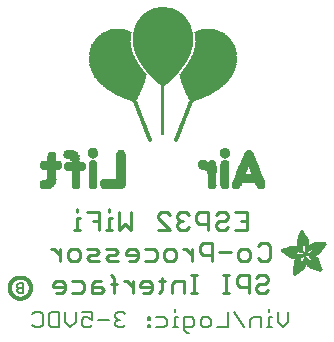
<source format=gbr>
G04 EAGLE Gerber RS-274X export*
G75*
%MOMM*%
%FSLAX34Y34*%
%LPD*%
%INSilkscreen Bottom*%
%IPPOS*%
%AMOC8*
5,1,8,0,0,1.08239X$1,22.5*%
G01*
%ADD10C,0.203200*%
%ADD11C,0.254000*%
%ADD12R,0.228600X0.025400*%
%ADD13R,0.203200X0.025400*%
%ADD14R,0.457200X0.025400*%
%ADD15R,0.355600X0.025400*%
%ADD16R,0.381000X0.025400*%
%ADD17R,0.330200X0.025400*%
%ADD18R,0.635000X0.025400*%
%ADD19R,0.431800X0.025400*%
%ADD20R,1.651000X0.025400*%
%ADD21R,0.736600X0.025400*%
%ADD22R,0.508000X0.025400*%
%ADD23R,0.482600X0.025400*%
%ADD24R,1.778000X0.025400*%
%ADD25R,0.838200X0.025400*%
%ADD26R,0.558800X0.025400*%
%ADD27R,0.533400X0.025400*%
%ADD28R,1.854200X0.025400*%
%ADD29R,0.914400X0.025400*%
%ADD30R,0.609600X0.025400*%
%ADD31R,0.584200X0.025400*%
%ADD32R,1.930400X0.025400*%
%ADD33R,0.990600X0.025400*%
%ADD34R,0.660400X0.025400*%
%ADD35R,1.981200X0.025400*%
%ADD36R,1.041400X0.025400*%
%ADD37R,0.685800X0.025400*%
%ADD38R,2.032000X0.025400*%
%ADD39R,1.066800X0.025400*%
%ADD40R,0.711200X0.025400*%
%ADD41R,2.057400X0.025400*%
%ADD42R,1.117600X0.025400*%
%ADD43R,2.082800X0.025400*%
%ADD44R,1.143000X0.025400*%
%ADD45R,2.133600X0.025400*%
%ADD46R,1.168400X0.025400*%
%ADD47R,0.762000X0.025400*%
%ADD48R,1.193800X0.025400*%
%ADD49R,1.219200X0.025400*%
%ADD50R,0.787400X0.025400*%
%ADD51R,2.159000X0.025400*%
%ADD52R,2.184400X0.025400*%
%ADD53R,1.244600X0.025400*%
%ADD54R,0.812800X0.025400*%
%ADD55R,1.270000X0.025400*%
%ADD56R,1.295400X0.025400*%
%ADD57R,0.863600X0.025400*%
%ADD58R,2.743200X0.025400*%
%ADD59R,2.717800X0.025400*%
%ADD60R,2.692400X0.025400*%
%ADD61R,2.108200X0.025400*%
%ADD62R,2.641600X0.025400*%
%ADD63R,2.616200X0.025400*%
%ADD64R,2.006600X0.025400*%
%ADD65R,2.590800X0.025400*%
%ADD66R,1.955800X0.025400*%
%ADD67R,2.565400X0.025400*%
%ADD68R,2.540000X0.025400*%
%ADD69R,2.514600X0.025400*%
%ADD70R,2.489200X0.025400*%
%ADD71R,2.463800X0.025400*%
%ADD72R,2.438400X0.025400*%
%ADD73R,2.387600X0.025400*%
%ADD74R,2.362200X0.025400*%
%ADD75R,2.336800X0.025400*%
%ADD76R,2.286000X0.025400*%
%ADD77R,2.260600X0.025400*%
%ADD78R,2.235200X0.025400*%
%ADD79R,0.889000X0.025400*%
%ADD80R,1.422400X0.025400*%
%ADD81R,0.939800X0.025400*%
%ADD82R,1.524000X0.025400*%
%ADD83R,0.965200X0.025400*%
%ADD84R,1.625600X0.025400*%
%ADD85R,1.676400X0.025400*%
%ADD86R,1.727200X0.025400*%
%ADD87R,1.447800X0.025400*%
%ADD88R,1.346200X0.025400*%
%ADD89R,1.752600X0.025400*%
%ADD90R,1.549400X0.025400*%
%ADD91R,1.600200X0.025400*%
%ADD92R,1.828800X0.025400*%
%ADD93R,1.473200X0.025400*%
%ADD94R,1.701800X0.025400*%
%ADD95R,1.498600X0.025400*%
%ADD96R,1.879600X0.025400*%
%ADD97R,1.803400X0.025400*%
%ADD98R,1.574800X0.025400*%
%ADD99R,1.371600X0.025400*%
%ADD100R,1.320800X0.025400*%
%ADD101R,0.304800X0.025400*%
%ADD102R,1.016000X0.025400*%
%ADD103R,1.092200X0.025400*%
%ADD104R,0.152400X0.025400*%
%ADD105R,0.127000X0.025400*%
%ADD106R,0.254000X0.025400*%
%ADD107R,0.406400X0.025400*%
%ADD108R,0.177800X0.025400*%
%ADD109R,0.101600X0.025400*%
%ADD110R,0.279400X0.025400*%
%ADD111R,1.397000X0.025400*%
%ADD112R,2.311400X0.025400*%
%ADD113R,2.413000X0.025400*%
%ADD114R,2.667000X0.025400*%
%ADD115R,2.768600X0.025400*%
%ADD116R,2.819400X0.025400*%
%ADD117R,2.870200X0.025400*%
%ADD118R,2.921000X0.025400*%
%ADD119R,2.946400X0.025400*%
%ADD120R,2.997200X0.025400*%
%ADD121R,3.048000X0.025400*%
%ADD122R,3.098800X0.025400*%
%ADD123R,3.124200X0.025400*%
%ADD124R,3.149600X0.025400*%
%ADD125R,3.200400X0.025400*%
%ADD126R,3.175000X0.025400*%
%ADD127R,3.225800X0.025400*%
%ADD128R,3.251200X0.025400*%
%ADD129R,3.327400X0.025400*%
%ADD130R,3.352800X0.025400*%
%ADD131R,3.403600X0.025400*%
%ADD132R,3.378200X0.025400*%
%ADD133R,3.429000X0.025400*%
%ADD134R,3.454400X0.025400*%
%ADD135R,3.505200X0.025400*%
%ADD136R,3.556000X0.025400*%
%ADD137R,3.581400X0.025400*%
%ADD138R,3.632200X0.025400*%
%ADD139R,3.657600X0.025400*%
%ADD140R,3.683000X0.025400*%
%ADD141R,3.733800X0.025400*%
%ADD142R,3.759200X0.025400*%
%ADD143R,3.810000X0.025400*%
%ADD144R,3.784600X0.025400*%
%ADD145R,3.835400X0.025400*%
%ADD146R,3.860800X0.025400*%
%ADD147R,3.911600X0.025400*%
%ADD148R,3.886200X0.025400*%
%ADD149R,3.937000X0.025400*%
%ADD150R,3.962400X0.025400*%
%ADD151R,3.987800X0.025400*%
%ADD152R,4.013200X0.025400*%
%ADD153R,4.038600X0.025400*%
%ADD154R,4.064000X0.025400*%
%ADD155R,4.114800X0.025400*%
%ADD156R,4.140200X0.025400*%
%ADD157R,4.191000X0.025400*%
%ADD158R,4.216400X0.025400*%
%ADD159R,4.241800X0.025400*%
%ADD160R,4.267200X0.025400*%
%ADD161R,4.292600X0.025400*%
%ADD162R,4.318000X0.025400*%
%ADD163R,4.368800X0.025400*%
%ADD164R,4.394200X0.025400*%
%ADD165R,4.419600X0.025400*%
%ADD166R,4.445000X0.025400*%
%ADD167R,4.470400X0.025400*%
%ADD168R,2.209800X0.025400*%
%ADD169R,4.495800X0.025400*%
%ADD170R,2.794000X0.025400*%
%ADD171R,2.844800X0.025400*%
%ADD172R,2.895600X0.025400*%
%ADD173R,4.343400X0.025400*%
%ADD174R,3.276600X0.025400*%
%ADD175R,3.302000X0.025400*%
%ADD176R,4.165600X0.025400*%
%ADD177R,3.606800X0.025400*%
%ADD178R,3.708400X0.025400*%
%ADD179R,4.089400X0.025400*%
%ADD180R,4.521200X0.025400*%
%ADD181R,4.572000X0.025400*%
%ADD182R,4.622800X0.025400*%
%ADD183R,4.673600X0.025400*%
%ADD184R,4.724400X0.025400*%
%ADD185R,4.775200X0.025400*%
%ADD186R,4.826000X0.025400*%
%ADD187R,3.530600X0.025400*%
%ADD188R,4.876800X0.025400*%
%ADD189R,4.902200X0.025400*%
%ADD190R,3.479800X0.025400*%
%ADD191R,4.927600X0.025400*%
%ADD192R,4.978400X0.025400*%
%ADD193R,5.029200X0.025400*%
%ADD194R,5.080000X0.025400*%
%ADD195R,3.073400X0.025400*%
%ADD196R,5.105400X0.025400*%
%ADD197R,3.022600X0.025400*%
%ADD198R,2.971800X0.025400*%
%ADD199R,5.003800X0.025400*%
%ADD200R,4.953000X0.025400*%
%ADD201R,4.800600X0.025400*%
%ADD202R,0.050800X0.006300*%
%ADD203R,0.082600X0.006400*%
%ADD204R,0.120600X0.006300*%
%ADD205R,0.139700X0.006400*%
%ADD206R,0.158800X0.006300*%
%ADD207R,0.177800X0.006400*%
%ADD208R,0.196800X0.006300*%
%ADD209R,0.215900X0.006400*%
%ADD210R,0.228600X0.006300*%
%ADD211R,0.241300X0.006400*%
%ADD212R,0.254000X0.006300*%
%ADD213R,0.266700X0.006400*%
%ADD214R,0.279400X0.006300*%
%ADD215R,0.285700X0.006400*%
%ADD216R,0.298400X0.006300*%
%ADD217R,0.311200X0.006400*%
%ADD218R,0.317500X0.006300*%
%ADD219R,0.330200X0.006400*%
%ADD220R,0.336600X0.006300*%
%ADD221R,0.349200X0.006400*%
%ADD222R,0.361900X0.006300*%
%ADD223R,0.368300X0.006400*%
%ADD224R,0.381000X0.006300*%
%ADD225R,0.387300X0.006400*%
%ADD226R,0.393700X0.006300*%
%ADD227R,0.406400X0.006400*%
%ADD228R,0.412700X0.006300*%
%ADD229R,0.419100X0.006400*%
%ADD230R,0.431800X0.006300*%
%ADD231R,0.438100X0.006400*%
%ADD232R,0.450800X0.006300*%
%ADD233R,0.457200X0.006400*%
%ADD234R,0.463500X0.006300*%
%ADD235R,0.476200X0.006400*%
%ADD236R,0.482600X0.006300*%
%ADD237R,0.488900X0.006400*%
%ADD238R,0.501600X0.006300*%
%ADD239R,0.508000X0.006400*%
%ADD240R,0.514300X0.006300*%
%ADD241R,0.527000X0.006400*%
%ADD242R,0.533400X0.006300*%
%ADD243R,0.546100X0.006400*%
%ADD244R,0.552400X0.006300*%
%ADD245R,0.558800X0.006400*%
%ADD246R,0.571500X0.006300*%
%ADD247R,0.577800X0.006400*%
%ADD248R,0.584200X0.006300*%
%ADD249R,0.596900X0.006400*%
%ADD250R,0.603200X0.006300*%
%ADD251R,0.609600X0.006400*%
%ADD252R,0.622300X0.006300*%
%ADD253R,0.628600X0.006400*%
%ADD254R,0.641300X0.006300*%
%ADD255R,0.647700X0.006400*%
%ADD256R,0.063500X0.006300*%
%ADD257R,0.654000X0.006300*%
%ADD258R,0.101600X0.006400*%
%ADD259R,0.666700X0.006400*%
%ADD260R,0.139700X0.006300*%
%ADD261R,0.673100X0.006300*%
%ADD262R,0.165100X0.006400*%
%ADD263R,0.679400X0.006400*%
%ADD264R,0.196900X0.006300*%
%ADD265R,0.692100X0.006300*%
%ADD266R,0.222200X0.006400*%
%ADD267R,0.698500X0.006400*%
%ADD268R,0.247700X0.006300*%
%ADD269R,0.704800X0.006300*%
%ADD270R,0.279400X0.006400*%
%ADD271R,0.717500X0.006400*%
%ADD272R,0.298500X0.006300*%
%ADD273R,0.723900X0.006300*%
%ADD274R,0.736600X0.006400*%
%ADD275R,0.342900X0.006300*%
%ADD276R,0.742900X0.006300*%
%ADD277R,0.374700X0.006400*%
%ADD278R,0.749300X0.006400*%
%ADD279R,0.762000X0.006300*%
%ADD280R,0.412700X0.006400*%
%ADD281R,0.768300X0.006400*%
%ADD282R,0.438100X0.006300*%
%ADD283R,0.774700X0.006300*%
%ADD284R,0.463600X0.006400*%
%ADD285R,0.787400X0.006400*%
%ADD286R,0.793700X0.006300*%
%ADD287R,0.495300X0.006400*%
%ADD288R,0.800100X0.006400*%
%ADD289R,0.520700X0.006300*%
%ADD290R,0.812800X0.006300*%
%ADD291R,0.533400X0.006400*%
%ADD292R,0.819100X0.006400*%
%ADD293R,0.558800X0.006300*%
%ADD294R,0.825500X0.006300*%
%ADD295R,0.577900X0.006400*%
%ADD296R,0.831800X0.006400*%
%ADD297R,0.596900X0.006300*%
%ADD298R,0.844500X0.006300*%
%ADD299R,0.616000X0.006400*%
%ADD300R,0.850900X0.006400*%
%ADD301R,0.635000X0.006300*%
%ADD302R,0.857200X0.006300*%
%ADD303R,0.654100X0.006400*%
%ADD304R,0.863600X0.006400*%
%ADD305R,0.666700X0.006300*%
%ADD306R,0.869900X0.006300*%
%ADD307R,0.685800X0.006400*%
%ADD308R,0.876300X0.006400*%
%ADD309R,0.882600X0.006300*%
%ADD310R,0.723900X0.006400*%
%ADD311R,0.889000X0.006400*%
%ADD312R,0.895300X0.006300*%
%ADD313R,0.755700X0.006400*%
%ADD314R,0.901700X0.006400*%
%ADD315R,0.908000X0.006300*%
%ADD316R,0.793800X0.006400*%
%ADD317R,0.914400X0.006400*%
%ADD318R,0.806400X0.006300*%
%ADD319R,0.920700X0.006300*%
%ADD320R,0.825500X0.006400*%
%ADD321R,0.927100X0.006400*%
%ADD322R,0.933400X0.006300*%
%ADD323R,0.857300X0.006400*%
%ADD324R,0.939800X0.006400*%
%ADD325R,0.870000X0.006300*%
%ADD326R,0.939800X0.006300*%
%ADD327R,0.946100X0.006400*%
%ADD328R,0.952500X0.006300*%
%ADD329R,0.908000X0.006400*%
%ADD330R,0.958800X0.006400*%
%ADD331R,0.965200X0.006300*%
%ADD332R,0.965200X0.006400*%
%ADD333R,0.971500X0.006300*%
%ADD334R,0.952500X0.006400*%
%ADD335R,0.977900X0.006400*%
%ADD336R,0.958800X0.006300*%
%ADD337R,0.984200X0.006300*%
%ADD338R,0.971500X0.006400*%
%ADD339R,0.984200X0.006400*%
%ADD340R,0.990600X0.006300*%
%ADD341R,0.984300X0.006400*%
%ADD342R,0.996900X0.006400*%
%ADD343R,0.997000X0.006300*%
%ADD344R,0.996900X0.006300*%
%ADD345R,1.003300X0.006400*%
%ADD346R,1.016000X0.006300*%
%ADD347R,1.009600X0.006300*%
%ADD348R,1.016000X0.006400*%
%ADD349R,1.009600X0.006400*%
%ADD350R,1.022300X0.006300*%
%ADD351R,1.028700X0.006400*%
%ADD352R,1.035100X0.006300*%
%ADD353R,1.047800X0.006400*%
%ADD354R,1.054100X0.006300*%
%ADD355R,1.028700X0.006300*%
%ADD356R,1.054100X0.006400*%
%ADD357R,1.035000X0.006400*%
%ADD358R,1.060400X0.006300*%
%ADD359R,1.035000X0.006300*%
%ADD360R,1.060500X0.006400*%
%ADD361R,1.041400X0.006400*%
%ADD362R,1.066800X0.006300*%
%ADD363R,1.041400X0.006300*%
%ADD364R,1.079500X0.006400*%
%ADD365R,1.047700X0.006400*%
%ADD366R,1.085900X0.006300*%
%ADD367R,1.047700X0.006300*%
%ADD368R,1.085800X0.006400*%
%ADD369R,1.092200X0.006300*%
%ADD370R,1.085900X0.006400*%
%ADD371R,1.098600X0.006300*%
%ADD372R,1.098600X0.006400*%
%ADD373R,1.060400X0.006400*%
%ADD374R,1.104900X0.006300*%
%ADD375R,1.104900X0.006400*%
%ADD376R,1.066800X0.006400*%
%ADD377R,1.111200X0.006300*%
%ADD378R,1.117600X0.006400*%
%ADD379R,1.117600X0.006300*%
%ADD380R,1.073100X0.006300*%
%ADD381R,1.073100X0.006400*%
%ADD382R,1.124000X0.006300*%
%ADD383R,1.079500X0.006300*%
%ADD384R,1.123900X0.006400*%
%ADD385R,1.130300X0.006300*%
%ADD386R,1.130300X0.006400*%
%ADD387R,1.136700X0.006400*%
%ADD388R,1.136700X0.006300*%
%ADD389R,1.085800X0.006300*%
%ADD390R,1.136600X0.006400*%
%ADD391R,1.136600X0.006300*%
%ADD392R,1.143000X0.006400*%
%ADD393R,1.143000X0.006300*%
%ADD394R,1.149400X0.006300*%
%ADD395R,1.149300X0.006300*%
%ADD396R,1.149300X0.006400*%
%ADD397R,1.149400X0.006400*%
%ADD398R,1.155700X0.006400*%
%ADD399R,1.155700X0.006300*%
%ADD400R,1.060500X0.006300*%
%ADD401R,2.197100X0.006400*%
%ADD402R,2.197100X0.006300*%
%ADD403R,2.184400X0.006300*%
%ADD404R,2.184400X0.006400*%
%ADD405R,2.171700X0.006400*%
%ADD406R,2.171700X0.006300*%
%ADD407R,1.530300X0.006400*%
%ADD408R,1.505000X0.006300*%
%ADD409R,1.492300X0.006400*%
%ADD410R,1.485900X0.006300*%
%ADD411R,0.565200X0.006300*%
%ADD412R,1.473200X0.006400*%
%ADD413R,0.565200X0.006400*%
%ADD414R,1.460500X0.006300*%
%ADD415R,1.454100X0.006400*%
%ADD416R,0.552400X0.006400*%
%ADD417R,1.441500X0.006300*%
%ADD418R,0.546100X0.006300*%
%ADD419R,1.435100X0.006400*%
%ADD420R,0.539800X0.006400*%
%ADD421R,1.428800X0.006300*%
%ADD422R,1.422400X0.006400*%
%ADD423R,1.409700X0.006300*%
%ADD424R,0.527100X0.006300*%
%ADD425R,1.403300X0.006400*%
%ADD426R,0.527100X0.006400*%
%ADD427R,1.390700X0.006300*%
%ADD428R,1.384300X0.006400*%
%ADD429R,0.520700X0.006400*%
%ADD430R,1.384300X0.006300*%
%ADD431R,0.514400X0.006300*%
%ADD432R,1.371600X0.006400*%
%ADD433R,1.365200X0.006300*%
%ADD434R,0.508000X0.006300*%
%ADD435R,1.352600X0.006400*%
%ADD436R,0.501700X0.006400*%
%ADD437R,0.711200X0.006300*%
%ADD438R,0.603300X0.006300*%
%ADD439R,0.501700X0.006300*%
%ADD440R,0.692100X0.006400*%
%ADD441R,0.571500X0.006400*%
%ADD442R,0.679400X0.006300*%
%ADD443R,0.495300X0.006300*%
%ADD444R,0.673100X0.006400*%
%ADD445R,0.666800X0.006300*%
%ADD446R,0.488900X0.006300*%
%ADD447R,0.660400X0.006400*%
%ADD448R,0.482600X0.006400*%
%ADD449R,0.476200X0.006300*%
%ADD450R,0.654000X0.006400*%
%ADD451R,0.469900X0.006400*%
%ADD452R,0.476300X0.006400*%
%ADD453R,0.647700X0.006300*%
%ADD454R,0.457200X0.006300*%
%ADD455R,0.469900X0.006300*%
%ADD456R,0.641300X0.006400*%
%ADD457R,0.444500X0.006400*%
%ADD458R,0.463600X0.006300*%
%ADD459R,0.635000X0.006400*%
%ADD460R,0.463500X0.006400*%
%ADD461R,0.393700X0.006400*%
%ADD462R,0.450800X0.006400*%
%ADD463R,0.628600X0.006300*%
%ADD464R,0.387400X0.006300*%
%ADD465R,0.450900X0.006300*%
%ADD466R,0.628700X0.006400*%
%ADD467R,0.374600X0.006400*%
%ADD468R,0.368300X0.006300*%
%ADD469R,0.438200X0.006300*%
%ADD470R,0.622300X0.006400*%
%ADD471R,0.355600X0.006400*%
%ADD472R,0.431800X0.006400*%
%ADD473R,0.349300X0.006300*%
%ADD474R,0.425400X0.006300*%
%ADD475R,0.615900X0.006300*%
%ADD476R,0.330200X0.006300*%
%ADD477R,0.419100X0.006300*%
%ADD478R,0.616000X0.006300*%
%ADD479R,0.311200X0.006300*%
%ADD480R,0.406400X0.006300*%
%ADD481R,0.615900X0.006400*%
%ADD482R,0.304800X0.006400*%
%ADD483R,0.158800X0.006400*%
%ADD484R,0.609600X0.006300*%
%ADD485R,0.292100X0.006300*%
%ADD486R,0.235000X0.006300*%
%ADD487R,0.387400X0.006400*%
%ADD488R,0.292100X0.006400*%
%ADD489R,0.336500X0.006300*%
%ADD490R,0.260400X0.006300*%
%ADD491R,0.603300X0.006400*%
%ADD492R,0.260400X0.006400*%
%ADD493R,0.362000X0.006400*%
%ADD494R,0.450900X0.006400*%
%ADD495R,0.355600X0.006300*%
%ADD496R,0.342900X0.006400*%
%ADD497R,0.514300X0.006400*%
%ADD498R,0.234900X0.006300*%
%ADD499R,0.539700X0.006300*%
%ADD500R,0.603200X0.006400*%
%ADD501R,0.234900X0.006400*%
%ADD502R,0.920700X0.006400*%
%ADD503R,0.958900X0.006400*%
%ADD504R,0.215900X0.006300*%
%ADD505R,0.209600X0.006400*%
%ADD506R,0.203200X0.006300*%
%ADD507R,1.003300X0.006300*%
%ADD508R,0.203200X0.006400*%
%ADD509R,0.196900X0.006400*%
%ADD510R,0.190500X0.006300*%
%ADD511R,0.190500X0.006400*%
%ADD512R,0.184200X0.006300*%
%ADD513R,0.590500X0.006400*%
%ADD514R,0.184200X0.006400*%
%ADD515R,0.590500X0.006300*%
%ADD516R,0.177800X0.006300*%
%ADD517R,0.584200X0.006400*%
%ADD518R,1.168400X0.006400*%
%ADD519R,0.171500X0.006300*%
%ADD520R,1.187500X0.006300*%
%ADD521R,1.200100X0.006400*%
%ADD522R,0.577800X0.006300*%
%ADD523R,1.212900X0.006300*%
%ADD524R,1.231900X0.006400*%
%ADD525R,1.250900X0.006300*%
%ADD526R,0.565100X0.006400*%
%ADD527R,0.184100X0.006400*%
%ADD528R,1.263700X0.006400*%
%ADD529R,0.565100X0.006300*%
%ADD530R,1.289100X0.006300*%
%ADD531R,1.314400X0.006400*%
%ADD532R,0.552500X0.006300*%
%ADD533R,1.568500X0.006300*%
%ADD534R,0.552500X0.006400*%
%ADD535R,1.581200X0.006400*%
%ADD536R,1.593800X0.006300*%
%ADD537R,1.606500X0.006400*%
%ADD538R,1.619300X0.006300*%
%ADD539R,0.514400X0.006400*%
%ADD540R,1.638300X0.006400*%
%ADD541R,1.657300X0.006300*%
%ADD542R,2.209800X0.006400*%
%ADD543R,2.425700X0.006300*%
%ADD544R,2.470100X0.006400*%
%ADD545R,2.501900X0.006300*%
%ADD546R,2.533700X0.006400*%
%ADD547R,2.559000X0.006300*%
%ADD548R,2.584500X0.006400*%
%ADD549R,2.609900X0.006300*%
%ADD550R,2.628900X0.006400*%
%ADD551R,2.660600X0.006300*%
%ADD552R,2.673400X0.006400*%
%ADD553R,1.422400X0.006300*%
%ADD554R,1.200200X0.006300*%
%ADD555R,1.365300X0.006300*%
%ADD556R,1.365300X0.006400*%
%ADD557R,1.352500X0.006300*%
%ADD558R,1.098500X0.006300*%
%ADD559R,1.358900X0.006400*%
%ADD560R,1.352600X0.006300*%
%ADD561R,1.358900X0.006300*%
%ADD562R,1.371600X0.006300*%
%ADD563R,1.377900X0.006400*%
%ADD564R,1.397000X0.006400*%
%ADD565R,1.403300X0.006300*%
%ADD566R,0.914400X0.006300*%
%ADD567R,0.876300X0.006300*%
%ADD568R,0.374600X0.006300*%
%ADD569R,1.073200X0.006400*%
%ADD570R,0.374700X0.006300*%
%ADD571R,0.844600X0.006400*%
%ADD572R,0.844600X0.006300*%
%ADD573R,0.831900X0.006400*%
%ADD574R,1.092200X0.006400*%
%ADD575R,0.400000X0.006300*%
%ADD576R,0.819200X0.006400*%
%ADD577R,1.111300X0.006400*%
%ADD578R,0.812800X0.006400*%
%ADD579R,0.800100X0.006300*%
%ADD580R,0.476300X0.006300*%
%ADD581R,1.181100X0.006300*%
%ADD582R,0.501600X0.006400*%
%ADD583R,1.193800X0.006400*%
%ADD584R,0.781000X0.006400*%
%ADD585R,1.238200X0.006400*%
%ADD586R,0.781100X0.006300*%
%ADD587R,1.257300X0.006300*%
%ADD588R,1.295400X0.006400*%
%ADD589R,1.333500X0.006300*%
%ADD590R,0.774700X0.006400*%
%ADD591R,1.866900X0.006400*%
%ADD592R,0.209600X0.006300*%
%ADD593R,1.866900X0.006300*%
%ADD594R,0.768400X0.006400*%
%ADD595R,0.209500X0.006400*%
%ADD596R,1.860600X0.006400*%
%ADD597R,0.762000X0.006400*%
%ADD598R,0.768400X0.006300*%
%ADD599R,1.860600X0.006300*%
%ADD600R,1.860500X0.006400*%
%ADD601R,0.222300X0.006300*%
%ADD602R,1.854200X0.006300*%
%ADD603R,0.235000X0.006400*%
%ADD604R,1.854200X0.006400*%
%ADD605R,0.768300X0.006300*%
%ADD606R,0.260300X0.006400*%
%ADD607R,1.847800X0.006400*%
%ADD608R,0.266700X0.006300*%
%ADD609R,1.847800X0.006300*%
%ADD610R,0.273100X0.006400*%
%ADD611R,1.841500X0.006400*%
%ADD612R,0.285800X0.006300*%
%ADD613R,1.841500X0.006300*%
%ADD614R,0.298500X0.006400*%
%ADD615R,1.835100X0.006400*%
%ADD616R,0.781000X0.006300*%
%ADD617R,0.304800X0.006300*%
%ADD618R,1.835100X0.006300*%
%ADD619R,0.317500X0.006400*%
%ADD620R,1.828800X0.006400*%
%ADD621R,0.787400X0.006300*%
%ADD622R,0.323800X0.006300*%
%ADD623R,1.828800X0.006300*%
%ADD624R,0.793700X0.006400*%
%ADD625R,1.822400X0.006400*%
%ADD626R,0.806500X0.006300*%
%ADD627R,1.822400X0.006300*%
%ADD628R,1.816100X0.006400*%
%ADD629R,0.819100X0.006300*%
%ADD630R,0.387300X0.006300*%
%ADD631R,1.816100X0.006300*%
%ADD632R,1.809800X0.006400*%
%ADD633R,1.803400X0.006300*%
%ADD634R,1.797000X0.006400*%
%ADD635R,0.901700X0.006300*%
%ADD636R,1.797000X0.006300*%
%ADD637R,1.441400X0.006400*%
%ADD638R,1.790700X0.006400*%
%ADD639R,1.447800X0.006300*%
%ADD640R,1.784300X0.006300*%
%ADD641R,1.447800X0.006400*%
%ADD642R,1.784300X0.006400*%
%ADD643R,1.454100X0.006300*%
%ADD644R,1.771700X0.006300*%
%ADD645R,1.460500X0.006400*%
%ADD646R,1.759000X0.006400*%
%ADD647R,1.466800X0.006300*%
%ADD648R,1.752600X0.006300*%
%ADD649R,1.466800X0.006400*%
%ADD650R,1.739900X0.006400*%
%ADD651R,1.473200X0.006300*%
%ADD652R,1.727200X0.006300*%
%ADD653R,1.479500X0.006400*%
%ADD654R,1.714500X0.006400*%
%ADD655R,1.695400X0.006300*%
%ADD656R,1.485900X0.006400*%
%ADD657R,1.682700X0.006400*%
%ADD658R,1.492200X0.006300*%
%ADD659R,1.663700X0.006300*%
%ADD660R,1.498600X0.006400*%
%ADD661R,1.644600X0.006400*%
%ADD662R,1.498600X0.006300*%
%ADD663R,1.619200X0.006300*%
%ADD664R,1.511300X0.006400*%
%ADD665R,1.600200X0.006400*%
%ADD666R,1.517700X0.006300*%
%ADD667R,1.574800X0.006300*%
%ADD668R,1.524000X0.006400*%
%ADD669R,1.555800X0.006400*%
%ADD670R,1.524000X0.006300*%
%ADD671R,1.536700X0.006300*%
%ADD672R,1.530400X0.006400*%
%ADD673R,1.517700X0.006400*%
%ADD674R,1.492300X0.006300*%
%ADD675R,1.549400X0.006400*%
%ADD676R,1.479600X0.006400*%
%ADD677R,1.549400X0.006300*%
%ADD678R,1.555700X0.006400*%
%ADD679R,1.562100X0.006300*%
%ADD680R,0.323900X0.006300*%
%ADD681R,1.568400X0.006400*%
%ADD682R,0.336600X0.006400*%
%ADD683R,1.587500X0.006300*%
%ADD684R,0.971600X0.006300*%
%ADD685R,0.349300X0.006400*%
%ADD686R,1.600200X0.006300*%
%ADD687R,0.920800X0.006300*%
%ADD688R,0.882700X0.006400*%
%ADD689R,1.612900X0.006300*%
%ADD690R,0.362000X0.006300*%
%ADD691R,1.625600X0.006400*%
%ADD692R,1.625600X0.006300*%
%ADD693R,1.644600X0.006300*%
%ADD694R,0.736600X0.006300*%
%ADD695R,0.717600X0.006400*%
%ADD696R,1.657400X0.006300*%
%ADD697R,0.679500X0.006300*%
%ADD698R,1.663700X0.006400*%
%ADD699R,0.400000X0.006400*%
%ADD700R,1.676400X0.006300*%
%ADD701R,1.676400X0.006400*%
%ADD702R,0.425500X0.006400*%
%ADD703R,1.352500X0.006400*%
%ADD704R,0.444500X0.006300*%
%ADD705R,0.361900X0.006400*%
%ADD706R,0.088900X0.006300*%
%ADD707R,1.009700X0.006300*%
%ADD708R,1.009700X0.006400*%
%ADD709R,1.022300X0.006400*%
%ADD710R,1.346200X0.006400*%
%ADD711R,1.346200X0.006300*%
%ADD712R,1.339900X0.006400*%
%ADD713R,1.035100X0.006400*%
%ADD714R,1.339800X0.006300*%
%ADD715R,1.333500X0.006400*%
%ADD716R,1.327200X0.006400*%
%ADD717R,1.320800X0.006300*%
%ADD718R,1.314500X0.006400*%
%ADD719R,1.314400X0.006300*%
%ADD720R,1.301700X0.006400*%
%ADD721R,1.295400X0.006300*%
%ADD722R,1.289000X0.006400*%
%ADD723R,1.276300X0.006300*%
%ADD724R,1.251000X0.006300*%
%ADD725R,1.244600X0.006400*%
%ADD726R,1.231900X0.006300*%
%ADD727R,1.212800X0.006400*%
%ADD728R,1.200100X0.006300*%
%ADD729R,1.187400X0.006400*%
%ADD730R,1.168400X0.006300*%
%ADD731R,1.047800X0.006300*%
%ADD732R,0.977900X0.006300*%
%ADD733R,0.946200X0.006400*%
%ADD734R,0.933400X0.006400*%
%ADD735R,0.895300X0.006400*%
%ADD736R,0.882700X0.006300*%
%ADD737R,0.863600X0.006300*%
%ADD738R,0.857200X0.006400*%
%ADD739R,0.850900X0.006300*%
%ADD740R,0.838200X0.006300*%
%ADD741R,0.806500X0.006400*%
%ADD742R,0.717600X0.006300*%
%ADD743R,0.711200X0.006400*%
%ADD744R,0.641400X0.006400*%
%ADD745R,0.641400X0.006300*%
%ADD746R,0.628700X0.006300*%
%ADD747R,0.590600X0.006300*%
%ADD748R,0.539700X0.006400*%
%ADD749R,0.285700X0.006300*%
%ADD750R,0.222200X0.006300*%
%ADD751R,0.171400X0.006300*%
%ADD752R,0.152400X0.006400*%
%ADD753R,0.133400X0.006300*%
%ADD754C,0.304800*%


D10*
X268827Y57415D02*
X268827Y48602D01*
X264421Y44196D01*
X260014Y48602D01*
X260014Y57415D01*
X254794Y53009D02*
X252591Y53009D01*
X252591Y44196D01*
X254794Y44196D02*
X250388Y44196D01*
X252591Y57415D02*
X252591Y59619D01*
X245439Y53009D02*
X245439Y44196D01*
X245439Y53009D02*
X238829Y53009D01*
X236626Y50806D01*
X236626Y44196D01*
X231406Y44196D02*
X222593Y57415D01*
X217373Y57415D02*
X217373Y44196D01*
X208561Y44196D01*
X201137Y44196D02*
X196731Y44196D01*
X194528Y46399D01*
X194528Y50806D01*
X196731Y53009D01*
X201137Y53009D01*
X203341Y50806D01*
X203341Y46399D01*
X201137Y44196D01*
X184901Y39790D02*
X182698Y39790D01*
X180495Y41993D01*
X180495Y53009D01*
X187105Y53009D01*
X189308Y50806D01*
X189308Y46399D01*
X187105Y44196D01*
X180495Y44196D01*
X175275Y53009D02*
X173072Y53009D01*
X173072Y44196D01*
X175275Y44196D02*
X170869Y44196D01*
X173072Y57415D02*
X173072Y59619D01*
X163717Y53009D02*
X157107Y53009D01*
X163717Y53009D02*
X165920Y50806D01*
X165920Y46399D01*
X163717Y44196D01*
X157107Y44196D01*
X151887Y53009D02*
X149684Y53009D01*
X149684Y50806D01*
X151887Y50806D01*
X151887Y53009D01*
X151887Y46399D02*
X149684Y46399D01*
X149684Y44196D01*
X151887Y44196D01*
X151887Y46399D01*
X130838Y55212D02*
X128635Y57415D01*
X124228Y57415D01*
X122025Y55212D01*
X122025Y53009D01*
X124228Y50806D01*
X126432Y50806D01*
X124228Y50806D02*
X122025Y48602D01*
X122025Y46399D01*
X124228Y44196D01*
X128635Y44196D01*
X130838Y46399D01*
X116805Y50806D02*
X107992Y50806D01*
X102772Y57415D02*
X93960Y57415D01*
X102772Y57415D02*
X102772Y50806D01*
X98366Y53009D01*
X96163Y53009D01*
X93960Y50806D01*
X93960Y46399D01*
X96163Y44196D01*
X100569Y44196D01*
X102772Y46399D01*
X88740Y48602D02*
X88740Y57415D01*
X88740Y48602D02*
X84333Y44196D01*
X79927Y48602D01*
X79927Y57415D01*
X74707Y57415D02*
X74707Y44196D01*
X68097Y44196D01*
X65894Y46399D01*
X65894Y55212D01*
X68097Y57415D01*
X74707Y57415D01*
X54064Y57415D02*
X51861Y55212D01*
X54064Y57415D02*
X58471Y57415D01*
X60674Y55212D01*
X60674Y46399D01*
X58471Y44196D01*
X54064Y44196D01*
X51861Y46399D01*
D11*
X223712Y142253D02*
X233881Y142253D01*
X233881Y127000D01*
X223712Y127000D01*
X228796Y134627D02*
X233881Y134627D01*
X209883Y142253D02*
X207341Y139711D01*
X209883Y142253D02*
X214967Y142253D01*
X217509Y139711D01*
X217509Y137169D01*
X214967Y134627D01*
X209883Y134627D01*
X207341Y132084D01*
X207341Y129542D01*
X209883Y127000D01*
X214967Y127000D01*
X217509Y129542D01*
X201138Y127000D02*
X201138Y142253D01*
X193511Y142253D01*
X190969Y139711D01*
X190969Y134627D01*
X193511Y132084D01*
X201138Y132084D01*
X184766Y139711D02*
X182224Y142253D01*
X177140Y142253D01*
X174597Y139711D01*
X174597Y137169D01*
X177140Y134627D01*
X179682Y134627D01*
X177140Y134627D02*
X174597Y132084D01*
X174597Y129542D01*
X177140Y127000D01*
X182224Y127000D01*
X184766Y129542D01*
X168395Y127000D02*
X158226Y127000D01*
X168395Y127000D02*
X158226Y137169D01*
X158226Y139711D01*
X160768Y142253D01*
X165852Y142253D01*
X168395Y139711D01*
X135651Y142253D02*
X135651Y127000D01*
X130567Y132084D01*
X125483Y127000D01*
X125483Y142253D01*
X119280Y137169D02*
X116738Y137169D01*
X116738Y127000D01*
X119280Y127000D02*
X114195Y127000D01*
X116738Y142253D02*
X116738Y144795D01*
X108365Y142253D02*
X108365Y127000D01*
X108365Y142253D02*
X98197Y142253D01*
X103281Y134627D02*
X108365Y134627D01*
X91994Y137169D02*
X89452Y137169D01*
X89452Y127000D01*
X91994Y127000D02*
X86910Y127000D01*
X89452Y142253D02*
X89452Y144795D01*
X242812Y113041D02*
X245354Y115583D01*
X250439Y115583D01*
X252981Y113041D01*
X252981Y102872D01*
X250439Y100330D01*
X245354Y100330D01*
X242812Y102872D01*
X234067Y100330D02*
X228983Y100330D01*
X226441Y102872D01*
X226441Y107957D01*
X228983Y110499D01*
X234067Y110499D01*
X236609Y107957D01*
X236609Y102872D01*
X234067Y100330D01*
X220238Y107957D02*
X210069Y107957D01*
X203866Y100330D02*
X203866Y115583D01*
X196240Y115583D01*
X193698Y113041D01*
X193698Y107957D01*
X196240Y105414D01*
X203866Y105414D01*
X187495Y100330D02*
X187495Y110499D01*
X187495Y105414D02*
X182410Y110499D01*
X179868Y110499D01*
X171310Y100330D02*
X166225Y100330D01*
X163683Y102872D01*
X163683Y107957D01*
X166225Y110499D01*
X171310Y110499D01*
X173852Y107957D01*
X173852Y102872D01*
X171310Y100330D01*
X154938Y110499D02*
X147311Y110499D01*
X154938Y110499D02*
X157480Y107957D01*
X157480Y102872D01*
X154938Y100330D01*
X147311Y100330D01*
X138566Y100330D02*
X133482Y100330D01*
X138566Y100330D02*
X141109Y102872D01*
X141109Y107957D01*
X138566Y110499D01*
X133482Y110499D01*
X130940Y107957D01*
X130940Y105414D01*
X141109Y105414D01*
X124737Y100330D02*
X117111Y100330D01*
X114568Y102872D01*
X117111Y105414D01*
X122195Y105414D01*
X124737Y107957D01*
X122195Y110499D01*
X114568Y110499D01*
X108365Y100330D02*
X100739Y100330D01*
X98197Y102872D01*
X100739Y105414D01*
X105823Y105414D01*
X108365Y107957D01*
X105823Y110499D01*
X98197Y110499D01*
X89452Y100330D02*
X84367Y100330D01*
X81825Y102872D01*
X81825Y107957D01*
X84367Y110499D01*
X89452Y110499D01*
X91994Y107957D01*
X91994Y102872D01*
X89452Y100330D01*
X75622Y100330D02*
X75622Y110499D01*
X70538Y110499D02*
X75622Y105414D01*
X70538Y110499D02*
X67996Y110499D01*
X241448Y86371D02*
X243990Y88913D01*
X249075Y88913D01*
X251617Y86371D01*
X251617Y83829D01*
X249075Y81287D01*
X243990Y81287D01*
X241448Y78744D01*
X241448Y76202D01*
X243990Y73660D01*
X249075Y73660D01*
X251617Y76202D01*
X235245Y73660D02*
X235245Y88913D01*
X227619Y88913D01*
X225076Y86371D01*
X225076Y81287D01*
X227619Y78744D01*
X235245Y78744D01*
X218874Y73660D02*
X213789Y73660D01*
X216331Y73660D02*
X216331Y88913D01*
X213789Y88913D02*
X218874Y88913D01*
X191588Y73660D02*
X186503Y73660D01*
X189045Y73660D02*
X189045Y88913D01*
X186503Y88913D02*
X191588Y88913D01*
X180673Y83829D02*
X180673Y73660D01*
X180673Y83829D02*
X173047Y83829D01*
X170505Y81287D01*
X170505Y73660D01*
X161760Y76202D02*
X161760Y86371D01*
X161760Y76202D02*
X159217Y73660D01*
X159217Y83829D02*
X164302Y83829D01*
X150845Y73660D02*
X145761Y73660D01*
X150845Y73660D02*
X153387Y76202D01*
X153387Y81287D01*
X150845Y83829D01*
X145761Y83829D01*
X143219Y81287D01*
X143219Y78744D01*
X153387Y78744D01*
X137016Y73660D02*
X137016Y83829D01*
X137016Y78744D02*
X131931Y83829D01*
X129389Y83829D01*
X120831Y86371D02*
X120831Y73660D01*
X120831Y86371D02*
X118288Y88913D01*
X118288Y81287D02*
X123373Y81287D01*
X109916Y83829D02*
X104832Y83829D01*
X102290Y81287D01*
X102290Y73660D01*
X109916Y73660D01*
X112458Y76202D01*
X109916Y78744D01*
X102290Y78744D01*
X93545Y83829D02*
X85918Y83829D01*
X93545Y83829D02*
X96087Y81287D01*
X96087Y76202D01*
X93545Y73660D01*
X85918Y73660D01*
X77173Y73660D02*
X72089Y73660D01*
X77173Y73660D02*
X79715Y76202D01*
X79715Y81287D01*
X77173Y83829D01*
X72089Y83829D01*
X69547Y81287D01*
X69547Y78744D01*
X79715Y78744D01*
D12*
X245364Y161036D03*
X224790Y161036D03*
D13*
X215265Y161036D03*
D12*
X204470Y161036D03*
X103378Y161036D03*
D13*
X88773Y161036D03*
D14*
X63627Y161036D03*
D15*
X245491Y161290D03*
D16*
X224790Y161290D03*
D15*
X215265Y161290D03*
D17*
X204470Y161290D03*
X103378Y161290D03*
D15*
X88773Y161290D03*
D18*
X63754Y161290D03*
D14*
X245491Y161544D03*
X224663Y161544D03*
D19*
X215392Y161544D03*
X204470Y161544D03*
D20*
X120142Y161544D03*
D19*
X103378Y161544D03*
X88646Y161544D03*
D21*
X63754Y161544D03*
D22*
X245491Y161798D03*
X224663Y161798D03*
X215265Y161798D03*
D23*
X204470Y161798D03*
D24*
X120015Y161798D03*
D23*
X103378Y161798D03*
X88646Y161798D03*
D25*
X63754Y161798D03*
D26*
X245491Y162052D03*
X224663Y162052D03*
X215265Y162052D03*
D27*
X204470Y162052D03*
D28*
X120142Y162052D03*
D27*
X103378Y162052D03*
X88646Y162052D03*
D29*
X63881Y162052D03*
D30*
X245491Y162306D03*
X224663Y162306D03*
X215265Y162306D03*
D31*
X204470Y162306D03*
D32*
X120015Y162306D03*
D31*
X103378Y162306D03*
X88646Y162306D03*
D33*
X64008Y162306D03*
D34*
X245491Y162560D03*
D18*
X224790Y162560D03*
D30*
X215265Y162560D03*
D18*
X204470Y162560D03*
D35*
X120015Y162560D03*
D18*
X103378Y162560D03*
X88646Y162560D03*
D36*
X64008Y162560D03*
D34*
X245491Y162814D03*
D37*
X224790Y162814D03*
D34*
X215265Y162814D03*
D18*
X204470Y162814D03*
D38*
X120015Y162814D03*
D18*
X103378Y162814D03*
D34*
X88773Y162814D03*
D39*
X64135Y162814D03*
D40*
X245491Y163068D03*
D37*
X224790Y163068D03*
D34*
X215265Y163068D03*
D37*
X204470Y163068D03*
D41*
X120142Y163068D03*
D37*
X103378Y163068D03*
X88646Y163068D03*
D42*
X64135Y163068D03*
D40*
X245491Y163322D03*
D21*
X224790Y163322D03*
D40*
X215265Y163322D03*
D37*
X204470Y163322D03*
D43*
X120015Y163322D03*
D37*
X103378Y163322D03*
X88646Y163322D03*
D44*
X64262Y163322D03*
D21*
X245364Y163576D03*
X224790Y163576D03*
D40*
X215265Y163576D03*
X204597Y163576D03*
D45*
X120015Y163576D03*
D40*
X103505Y163576D03*
X88773Y163576D03*
D46*
X64389Y163576D03*
D21*
X245364Y163830D03*
D47*
X224917Y163830D03*
D40*
X215265Y163830D03*
D21*
X204470Y163830D03*
D45*
X120015Y163830D03*
D21*
X103378Y163830D03*
X88646Y163830D03*
D48*
X64516Y163830D03*
D47*
X245237Y164084D03*
X224917Y164084D03*
D21*
X215392Y164084D03*
X204470Y164084D03*
D45*
X120015Y164084D03*
D21*
X103378Y164084D03*
X88646Y164084D03*
D49*
X64643Y164084D03*
D47*
X245237Y164338D03*
D50*
X225044Y164338D03*
D47*
X215265Y164338D03*
D21*
X204470Y164338D03*
D51*
X120142Y164338D03*
D21*
X103378Y164338D03*
X88646Y164338D03*
D49*
X64643Y164338D03*
D50*
X245110Y164592D03*
X225044Y164592D03*
D47*
X215265Y164592D03*
D21*
X204470Y164592D03*
D52*
X120015Y164592D03*
D21*
X103378Y164592D03*
X88646Y164592D03*
D53*
X64770Y164592D03*
D50*
X245110Y164846D03*
X225044Y164846D03*
D47*
X215265Y164846D03*
D21*
X204470Y164846D03*
D52*
X120015Y164846D03*
D21*
X103378Y164846D03*
X88646Y164846D03*
D53*
X64770Y164846D03*
D54*
X244983Y165100D03*
X225171Y165100D03*
D47*
X215265Y165100D03*
D21*
X204470Y165100D03*
D52*
X120015Y165100D03*
D21*
X103378Y165100D03*
X88646Y165100D03*
D55*
X64897Y165100D03*
D54*
X244983Y165354D03*
X225171Y165354D03*
D47*
X215265Y165354D03*
D21*
X204470Y165354D03*
D52*
X120015Y165354D03*
D21*
X103378Y165354D03*
X88646Y165354D03*
D55*
X64897Y165354D03*
D54*
X244983Y165608D03*
D25*
X225298Y165608D03*
D47*
X215265Y165608D03*
D21*
X204470Y165608D03*
D52*
X120015Y165608D03*
D21*
X103378Y165608D03*
X88646Y165608D03*
D56*
X65024Y165608D03*
D25*
X244856Y165862D03*
X225298Y165862D03*
D47*
X215265Y165862D03*
D21*
X204470Y165862D03*
D52*
X120015Y165862D03*
D21*
X103378Y165862D03*
X88646Y165862D03*
D56*
X65024Y165862D03*
D25*
X244856Y166116D03*
D57*
X225425Y166116D03*
D47*
X215265Y166116D03*
D21*
X204470Y166116D03*
D51*
X120142Y166116D03*
D21*
X103378Y166116D03*
X88646Y166116D03*
D55*
X65151Y166116D03*
D57*
X244729Y166370D03*
D25*
X225552Y166370D03*
D47*
X215265Y166370D03*
D21*
X204470Y166370D03*
D51*
X120142Y166370D03*
D21*
X103378Y166370D03*
X88646Y166370D03*
D56*
X65278Y166370D03*
D25*
X244602Y166624D03*
X225552Y166624D03*
D47*
X215265Y166624D03*
D21*
X204470Y166624D03*
D51*
X120142Y166624D03*
D21*
X103378Y166624D03*
X88646Y166624D03*
D55*
X65405Y166624D03*
D58*
X235077Y166878D03*
D47*
X215265Y166878D03*
D21*
X204470Y166878D03*
D45*
X120269Y166878D03*
D21*
X103378Y166878D03*
X88646Y166878D03*
D55*
X65405Y166878D03*
D59*
X235204Y167132D03*
D47*
X215265Y167132D03*
D21*
X204470Y167132D03*
D45*
X120269Y167132D03*
D21*
X103378Y167132D03*
X88646Y167132D03*
D55*
X65659Y167132D03*
D60*
X235077Y167386D03*
D47*
X215265Y167386D03*
D21*
X204470Y167386D03*
D61*
X120396Y167386D03*
D21*
X103378Y167386D03*
X88646Y167386D03*
D49*
X65913Y167386D03*
D60*
X235077Y167640D03*
D47*
X215265Y167640D03*
D21*
X204470Y167640D03*
D61*
X120396Y167640D03*
D21*
X103378Y167640D03*
X88646Y167640D03*
D48*
X66040Y167640D03*
D62*
X235077Y167894D03*
D47*
X215265Y167894D03*
D21*
X204470Y167894D03*
D43*
X120523Y167894D03*
D21*
X103378Y167894D03*
X88646Y167894D03*
D42*
X66421Y167894D03*
D62*
X235077Y168148D03*
D47*
X215265Y168148D03*
D21*
X204470Y168148D03*
D38*
X120777Y168148D03*
D21*
X103378Y168148D03*
X88646Y168148D03*
D29*
X67437Y168148D03*
D63*
X235204Y168402D03*
D47*
X215265Y168402D03*
D21*
X204470Y168402D03*
D64*
X120904Y168402D03*
D21*
X103378Y168402D03*
X88646Y168402D03*
D25*
X67818Y168402D03*
D65*
X235077Y168656D03*
D47*
X215265Y168656D03*
D21*
X204470Y168656D03*
D66*
X121158Y168656D03*
D21*
X103378Y168656D03*
X88646Y168656D03*
D25*
X68072Y168656D03*
D67*
X235204Y168910D03*
D47*
X215265Y168910D03*
D21*
X204470Y168910D03*
D28*
X121666Y168910D03*
D21*
X103378Y168910D03*
X88646Y168910D03*
D54*
X68199Y168910D03*
D68*
X235077Y169164D03*
D47*
X215265Y169164D03*
D21*
X204470Y169164D03*
D50*
X127000Y169164D03*
D21*
X103378Y169164D03*
X88646Y169164D03*
D50*
X68326Y169164D03*
D68*
X235077Y169418D03*
D47*
X215265Y169418D03*
D21*
X204470Y169418D03*
D50*
X127000Y169418D03*
D21*
X103378Y169418D03*
X88646Y169418D03*
D50*
X68326Y169418D03*
D69*
X235204Y169672D03*
D47*
X215265Y169672D03*
D21*
X204470Y169672D03*
D50*
X127000Y169672D03*
D21*
X103378Y169672D03*
X88646Y169672D03*
D47*
X68453Y169672D03*
D70*
X235077Y169926D03*
D47*
X215265Y169926D03*
D21*
X204470Y169926D03*
D50*
X127000Y169926D03*
D21*
X103378Y169926D03*
X88646Y169926D03*
D47*
X68453Y169926D03*
D71*
X235204Y170180D03*
D47*
X215265Y170180D03*
D21*
X204470Y170180D03*
D50*
X127000Y170180D03*
D21*
X103378Y170180D03*
X88646Y170180D03*
D47*
X68453Y170180D03*
D72*
X235077Y170434D03*
D47*
X215265Y170434D03*
D21*
X204470Y170434D03*
D50*
X127000Y170434D03*
D21*
X103378Y170434D03*
X88646Y170434D03*
D47*
X68453Y170434D03*
D72*
X235077Y170688D03*
D47*
X215265Y170688D03*
D21*
X204470Y170688D03*
D50*
X127000Y170688D03*
D21*
X103378Y170688D03*
X88646Y170688D03*
D47*
X68453Y170688D03*
D73*
X235077Y170942D03*
D47*
X215265Y170942D03*
D21*
X204470Y170942D03*
D50*
X127000Y170942D03*
D21*
X103378Y170942D03*
X88646Y170942D03*
D47*
X68453Y170942D03*
D73*
X235077Y171196D03*
D47*
X215265Y171196D03*
D21*
X204470Y171196D03*
D50*
X127000Y171196D03*
D21*
X103378Y171196D03*
X88646Y171196D03*
D47*
X68453Y171196D03*
D74*
X235204Y171450D03*
D47*
X215265Y171450D03*
D21*
X204470Y171450D03*
D50*
X127000Y171450D03*
D21*
X103378Y171450D03*
X88646Y171450D03*
D47*
X68453Y171450D03*
D75*
X235077Y171704D03*
D47*
X215265Y171704D03*
D21*
X204470Y171704D03*
D50*
X127000Y171704D03*
D21*
X103378Y171704D03*
X88646Y171704D03*
D47*
X68453Y171704D03*
D75*
X235077Y171958D03*
D47*
X215265Y171958D03*
D21*
X204470Y171958D03*
D50*
X127000Y171958D03*
D21*
X103378Y171958D03*
X88646Y171958D03*
D47*
X68453Y171958D03*
D76*
X235077Y172212D03*
D47*
X215265Y172212D03*
D21*
X204470Y172212D03*
D50*
X127000Y172212D03*
D21*
X103378Y172212D03*
X88646Y172212D03*
D47*
X68453Y172212D03*
D76*
X235077Y172466D03*
D47*
X215265Y172466D03*
D21*
X204470Y172466D03*
D50*
X127000Y172466D03*
D21*
X103378Y172466D03*
X88646Y172466D03*
D47*
X68453Y172466D03*
D77*
X235204Y172720D03*
D47*
X215265Y172720D03*
D21*
X204470Y172720D03*
D50*
X127000Y172720D03*
D21*
X103378Y172720D03*
X88646Y172720D03*
D47*
X68453Y172720D03*
D78*
X235077Y172974D03*
D47*
X215265Y172974D03*
D21*
X204470Y172974D03*
D50*
X127000Y172974D03*
D21*
X103378Y172974D03*
X88646Y172974D03*
D47*
X68453Y172974D03*
D78*
X235077Y173228D03*
D47*
X215265Y173228D03*
D21*
X204470Y173228D03*
D50*
X127000Y173228D03*
D21*
X103378Y173228D03*
X88646Y173228D03*
D47*
X68453Y173228D03*
D25*
X241808Y173482D03*
X228346Y173482D03*
D47*
X215265Y173482D03*
D21*
X204470Y173482D03*
D50*
X127000Y173482D03*
D21*
X103378Y173482D03*
X88646Y173482D03*
D47*
X68453Y173482D03*
D25*
X241808Y173736D03*
D57*
X228473Y173736D03*
D47*
X215265Y173736D03*
D21*
X204470Y173736D03*
D50*
X127000Y173736D03*
D21*
X103378Y173736D03*
X88646Y173736D03*
D47*
X68453Y173736D03*
D57*
X241681Y173990D03*
D25*
X228600Y173990D03*
D47*
X215265Y173990D03*
X204343Y173990D03*
D50*
X127000Y173990D03*
D21*
X103378Y173990D03*
X88646Y173990D03*
D47*
X68453Y173990D03*
D25*
X241554Y174244D03*
X228600Y174244D03*
D47*
X215265Y174244D03*
X204343Y174244D03*
D50*
X127000Y174244D03*
D21*
X103378Y174244D03*
X88646Y174244D03*
D47*
X68453Y174244D03*
D25*
X241554Y174498D03*
X228854Y174498D03*
D47*
X215265Y174498D03*
X204343Y174498D03*
D50*
X127000Y174498D03*
D21*
X103378Y174498D03*
X88646Y174498D03*
D47*
X68453Y174498D03*
D25*
X241300Y174752D03*
X228854Y174752D03*
D47*
X215265Y174752D03*
X204343Y174752D03*
D50*
X127000Y174752D03*
D21*
X103378Y174752D03*
X88646Y174752D03*
D47*
X68453Y174752D03*
D25*
X241300Y175006D03*
D57*
X228981Y175006D03*
D47*
X215265Y175006D03*
D50*
X204216Y175006D03*
X127000Y175006D03*
D21*
X103378Y175006D03*
X88646Y175006D03*
D47*
X68453Y175006D03*
D57*
X241173Y175260D03*
D25*
X229108Y175260D03*
D47*
X215265Y175260D03*
D50*
X204216Y175260D03*
X127000Y175260D03*
D21*
X103378Y175260D03*
X88646Y175260D03*
D47*
X68453Y175260D03*
D25*
X241046Y175514D03*
X229108Y175514D03*
D47*
X215265Y175514D03*
D50*
X204216Y175514D03*
X127000Y175514D03*
D21*
X103378Y175514D03*
X88646Y175514D03*
D47*
X68453Y175514D03*
D25*
X241046Y175768D03*
X229362Y175768D03*
D47*
X215265Y175768D03*
D54*
X204089Y175768D03*
D50*
X127000Y175768D03*
D21*
X103378Y175768D03*
X88646Y175768D03*
D47*
X68453Y175768D03*
D25*
X240792Y176022D03*
X229362Y176022D03*
D47*
X215265Y176022D03*
D25*
X203962Y176022D03*
D50*
X127000Y176022D03*
D21*
X103378Y176022D03*
X88646Y176022D03*
D47*
X68453Y176022D03*
D25*
X240792Y176276D03*
X229362Y176276D03*
D47*
X215265Y176276D03*
D25*
X203962Y176276D03*
D50*
X127000Y176276D03*
D21*
X103378Y176276D03*
X88646Y176276D03*
D47*
X68453Y176276D03*
D54*
X240665Y176530D03*
D25*
X229616Y176530D03*
D47*
X215265Y176530D03*
D57*
X203835Y176530D03*
D50*
X127000Y176530D03*
D21*
X103378Y176530D03*
D49*
X88011Y176530D03*
D47*
X68453Y176530D03*
D25*
X240538Y176784D03*
X229616Y176784D03*
D47*
X215265Y176784D03*
D79*
X203708Y176784D03*
D50*
X127000Y176784D03*
D21*
X103378Y176784D03*
D80*
X88011Y176784D03*
D47*
X68453Y176784D03*
D25*
X240538Y177038D03*
D54*
X229743Y177038D03*
D47*
X215265Y177038D03*
D81*
X203454Y177038D03*
D50*
X127000Y177038D03*
D21*
X103378Y177038D03*
D82*
X88011Y177038D03*
D47*
X68453Y177038D03*
D54*
X240411Y177292D03*
D25*
X229870Y177292D03*
D47*
X215265Y177292D03*
D83*
X203327Y177292D03*
D50*
X127000Y177292D03*
D21*
X103378Y177292D03*
D84*
X88011Y177292D03*
D47*
X68453Y177292D03*
D25*
X240284Y177546D03*
X229870Y177546D03*
D47*
X215265Y177546D03*
D36*
X202946Y177546D03*
D50*
X127000Y177546D03*
D21*
X103378Y177546D03*
D85*
X88011Y177546D03*
D49*
X67691Y177546D03*
D54*
X240157Y177800D03*
X229997Y177800D03*
D47*
X215265Y177800D03*
D55*
X201803Y177800D03*
D50*
X127000Y177800D03*
D21*
X103378Y177800D03*
D86*
X88011Y177800D03*
D87*
X67818Y177800D03*
D54*
X240157Y178054D03*
D25*
X230124Y178054D03*
D47*
X215265Y178054D03*
D88*
X201422Y178054D03*
D50*
X127000Y178054D03*
D21*
X103378Y178054D03*
D89*
X88138Y178054D03*
D90*
X67818Y178054D03*
D25*
X240030Y178308D03*
D54*
X230251Y178308D03*
D47*
X215265Y178308D03*
D80*
X201041Y178308D03*
D50*
X127000Y178308D03*
D21*
X103378Y178308D03*
D24*
X88011Y178308D03*
D91*
X67818Y178308D03*
D54*
X239903Y178562D03*
X230251Y178562D03*
D47*
X215265Y178562D03*
D87*
X200914Y178562D03*
D50*
X127000Y178562D03*
D21*
X103378Y178562D03*
D92*
X88011Y178562D03*
D20*
X67818Y178562D03*
D54*
X239903Y178816D03*
D25*
X230378Y178816D03*
D47*
X215265Y178816D03*
D93*
X200787Y178816D03*
D50*
X127000Y178816D03*
D21*
X103378Y178816D03*
D92*
X88011Y178816D03*
D94*
X67818Y178816D03*
D54*
X239649Y179070D03*
X230505Y179070D03*
D47*
X215265Y179070D03*
D95*
X200660Y179070D03*
D50*
X127000Y179070D03*
D21*
X103378Y179070D03*
D92*
X88011Y179070D03*
D89*
X67818Y179070D03*
D54*
X239649Y179324D03*
X230505Y179324D03*
D47*
X215265Y179324D03*
D82*
X200533Y179324D03*
D50*
X127000Y179324D03*
D21*
X103378Y179324D03*
D96*
X88011Y179324D03*
D97*
X67818Y179324D03*
D54*
X239649Y179578D03*
X230759Y179578D03*
D47*
X215265Y179578D03*
D82*
X200533Y179578D03*
D50*
X127000Y179578D03*
D21*
X103378Y179578D03*
D96*
X88011Y179578D03*
D97*
X67818Y179578D03*
D54*
X239395Y179832D03*
X230759Y179832D03*
D47*
X215265Y179832D03*
D90*
X200406Y179832D03*
D50*
X127000Y179832D03*
D21*
X103378Y179832D03*
D96*
X88011Y179832D03*
D28*
X67818Y179832D03*
D54*
X239395Y180086D03*
X230759Y180086D03*
D47*
X215265Y180086D03*
D90*
X200406Y180086D03*
D50*
X127000Y180086D03*
D21*
X103378Y180086D03*
D96*
X88011Y180086D03*
D28*
X67818Y180086D03*
D50*
X239268Y180340D03*
X230886Y180340D03*
D47*
X215265Y180340D03*
D98*
X200279Y180340D03*
D50*
X127000Y180340D03*
D21*
X103378Y180340D03*
D96*
X88011Y180340D03*
D28*
X67818Y180340D03*
D84*
X235077Y180594D03*
D47*
X215265Y180594D03*
D98*
X200279Y180594D03*
D50*
X127000Y180594D03*
D21*
X103378Y180594D03*
D96*
X88011Y180594D03*
D28*
X67818Y180594D03*
D91*
X235204Y180848D03*
D47*
X215265Y180848D03*
D98*
X200279Y180848D03*
D50*
X127000Y180848D03*
D21*
X103378Y180848D03*
D96*
X88011Y180848D03*
D28*
X67818Y180848D03*
D98*
X235077Y181102D03*
D47*
X215265Y181102D03*
D98*
X200279Y181102D03*
D50*
X127000Y181102D03*
D21*
X103378Y181102D03*
D96*
X88011Y181102D03*
D28*
X67818Y181102D03*
D90*
X235204Y181356D03*
D47*
X215265Y181356D03*
D98*
X200279Y181356D03*
D50*
X127000Y181356D03*
D21*
X103378Y181356D03*
D92*
X88011Y181356D03*
D28*
X67818Y181356D03*
D82*
X235077Y181610D03*
D47*
X215265Y181610D03*
D98*
X200279Y181610D03*
D50*
X127000Y181610D03*
D21*
X103378Y181610D03*
D92*
X88011Y181610D03*
D28*
X67818Y181610D03*
D82*
X235077Y181864D03*
D47*
X215265Y181864D03*
D98*
X200279Y181864D03*
D50*
X127000Y181864D03*
D21*
X103378Y181864D03*
D97*
X88138Y181864D03*
D28*
X67818Y181864D03*
D93*
X235077Y182118D03*
D21*
X215392Y182118D03*
D98*
X200279Y182118D03*
D50*
X127000Y182118D03*
D21*
X103378Y182118D03*
D24*
X88011Y182118D03*
D28*
X67818Y182118D03*
D93*
X235077Y182372D03*
D40*
X215265Y182372D03*
D98*
X200279Y182372D03*
D50*
X127000Y182372D03*
D21*
X103378Y182372D03*
D86*
X88011Y182372D03*
D28*
X67818Y182372D03*
D87*
X235204Y182626D03*
D40*
X215265Y182626D03*
D98*
X200279Y182626D03*
D50*
X127000Y182626D03*
D40*
X103505Y182626D03*
D85*
X88011Y182626D03*
D97*
X67818Y182626D03*
D80*
X235077Y182880D03*
D40*
X215265Y182880D03*
D37*
X204470Y182880D03*
D54*
X196469Y182880D03*
D50*
X127000Y182880D03*
D37*
X103378Y182880D03*
D84*
X88011Y182880D03*
D97*
X67818Y182880D03*
D80*
X235077Y183134D03*
D34*
X215265Y183134D03*
D37*
X204470Y183134D03*
D50*
X196596Y183134D03*
X127000Y183134D03*
D37*
X103378Y183134D03*
D98*
X88011Y183134D03*
D89*
X67818Y183134D03*
D99*
X235077Y183388D03*
D34*
X215265Y183388D03*
D18*
X204470Y183388D03*
D47*
X196469Y183388D03*
D50*
X127000Y183388D03*
D18*
X103378Y183388D03*
D93*
X88011Y183388D03*
D89*
X67818Y183388D03*
D99*
X235077Y183642D03*
D30*
X215265Y183642D03*
D18*
X204470Y183642D03*
D40*
X196469Y183642D03*
D50*
X127000Y183642D03*
D18*
X103378Y183642D03*
D100*
X88011Y183642D03*
D94*
X67818Y183642D03*
D88*
X235204Y183896D03*
D30*
X215265Y183896D03*
D31*
X204470Y183896D03*
D37*
X196342Y183896D03*
D50*
X127000Y183896D03*
D31*
X103378Y183896D03*
D21*
X88646Y183896D03*
D20*
X67818Y183896D03*
D100*
X235077Y184150D03*
D26*
X215265Y184150D03*
D27*
X204470Y184150D03*
D18*
X196342Y184150D03*
D50*
X127000Y184150D03*
D27*
X103378Y184150D03*
D21*
X88646Y184150D03*
D90*
X67818Y184150D03*
D100*
X235077Y184404D03*
D22*
X215265Y184404D03*
D23*
X204470Y184404D03*
D31*
X196342Y184404D03*
D50*
X127000Y184404D03*
D23*
X103378Y184404D03*
D21*
X88646Y184404D03*
D95*
X67818Y184404D03*
D55*
X235077Y184658D03*
D19*
X215392Y184658D03*
X204470Y184658D03*
D27*
X196342Y184658D03*
D50*
X127000Y184658D03*
D19*
X103378Y184658D03*
D21*
X88646Y184658D03*
D88*
X67818Y184658D03*
D55*
X235077Y184912D03*
D15*
X215265Y184912D03*
D17*
X204470Y184912D03*
D19*
X196342Y184912D03*
D50*
X127000Y184912D03*
D17*
X103378Y184912D03*
D47*
X88519Y184912D03*
X68453Y184912D03*
D53*
X235204Y185166D03*
D13*
X215265Y185166D03*
D12*
X204470Y185166D03*
D101*
X196215Y185166D03*
D50*
X127000Y185166D03*
D12*
X103378Y185166D03*
D47*
X88519Y185166D03*
X68453Y185166D03*
D49*
X235077Y185420D03*
D50*
X127000Y185420D03*
D47*
X88519Y185420D03*
X68453Y185420D03*
D49*
X235077Y185674D03*
D50*
X127000Y185674D03*
X88392Y185674D03*
D47*
X68453Y185674D03*
D46*
X235077Y185928D03*
D50*
X127000Y185928D03*
X88392Y185928D03*
D47*
X68453Y185928D03*
D46*
X235077Y186182D03*
D50*
X127000Y186182D03*
D54*
X88265Y186182D03*
D47*
X68453Y186182D03*
D44*
X235204Y186436D03*
D50*
X127000Y186436D03*
D57*
X88011Y186436D03*
D47*
X68453Y186436D03*
D42*
X235077Y186690D03*
D50*
X127000Y186690D03*
D102*
X87249Y186690D03*
D47*
X68453Y186690D03*
D103*
X235204Y186944D03*
D50*
X127000Y186944D03*
D44*
X86614Y186944D03*
D47*
X68453Y186944D03*
D39*
X235077Y187198D03*
D104*
X215265Y187198D03*
D50*
X127000Y187198D03*
D105*
X103378Y187198D03*
D49*
X86233Y187198D03*
D47*
X68453Y187198D03*
D39*
X235077Y187452D03*
D101*
X215265Y187452D03*
D50*
X127000Y187452D03*
D17*
X103378Y187452D03*
D49*
X85979Y187452D03*
D47*
X68453Y187452D03*
D36*
X235204Y187706D03*
D19*
X215392Y187706D03*
D50*
X127000Y187706D03*
D19*
X103378Y187706D03*
D53*
X85852Y187706D03*
D47*
X68453Y187706D03*
D102*
X235077Y187960D03*
D22*
X215265Y187960D03*
D50*
X127000Y187960D03*
D22*
X103505Y187960D03*
D55*
X85725Y187960D03*
D47*
X68453Y187960D03*
D33*
X235204Y188214D03*
D26*
X215265Y188214D03*
D50*
X127000Y188214D03*
D31*
X103378Y188214D03*
D56*
X85598Y188214D03*
D47*
X68453Y188214D03*
D83*
X235077Y188468D03*
D30*
X215265Y188468D03*
D50*
X127000Y188468D03*
D18*
X103378Y188468D03*
D55*
X85471Y188468D03*
D47*
X68453Y188468D03*
D83*
X235077Y188722D03*
D34*
X215265Y188722D03*
D50*
X127000Y188722D03*
D34*
X103505Y188722D03*
D56*
X85344Y188722D03*
D47*
X68453Y188722D03*
D29*
X235077Y188976D03*
D40*
X215265Y188976D03*
D50*
X127000Y188976D03*
D37*
X103378Y188976D03*
D56*
X85344Y188976D03*
D21*
X68580Y188976D03*
D29*
X235077Y189230D03*
D21*
X215392Y189230D03*
D50*
X127000Y189230D03*
D21*
X103378Y189230D03*
D56*
X85090Y189230D03*
D40*
X68453Y189230D03*
D79*
X235204Y189484D03*
D47*
X215265Y189484D03*
D50*
X127000Y189484D03*
D47*
X103505Y189484D03*
D56*
X85090Y189484D03*
D40*
X68453Y189484D03*
D57*
X235077Y189738D03*
D50*
X215392Y189738D03*
X127000Y189738D03*
X103378Y189738D03*
D55*
X84963Y189738D03*
D40*
X68453Y189738D03*
D57*
X235077Y189992D03*
D54*
X215265Y189992D03*
D50*
X127000Y189992D03*
X103378Y189992D03*
D55*
X84963Y189992D03*
D37*
X68580Y189992D03*
D54*
X235077Y190246D03*
X215265Y190246D03*
D50*
X127000Y190246D03*
D25*
X103378Y190246D03*
D53*
X84836Y190246D03*
D34*
X68453Y190246D03*
D54*
X235077Y190500D03*
X215265Y190500D03*
D47*
X127127Y190500D03*
D25*
X103378Y190500D03*
D53*
X84836Y190500D03*
D18*
X68580Y190500D03*
D50*
X235204Y190754D03*
D25*
X215392Y190754D03*
D47*
X127127Y190754D03*
D25*
X103378Y190754D03*
D49*
X84709Y190754D03*
D30*
X68453Y190754D03*
D47*
X235077Y191008D03*
D57*
X215265Y191008D03*
D21*
X127000Y191008D03*
D25*
X103378Y191008D03*
D48*
X84582Y191008D03*
D26*
X68453Y191008D03*
D21*
X235204Y191262D03*
D57*
X215265Y191262D03*
D21*
X127000Y191262D03*
D25*
X103378Y191262D03*
D46*
X84455Y191262D03*
D22*
X68453Y191262D03*
D40*
X235077Y191516D03*
D57*
X215265Y191516D03*
D40*
X127127Y191516D03*
D25*
X103378Y191516D03*
D44*
X84582Y191516D03*
D14*
X68453Y191516D03*
D37*
X235204Y191770D03*
D57*
X215265Y191770D03*
D37*
X127000Y191770D03*
D25*
X103378Y191770D03*
D42*
X84455Y191770D03*
D16*
X68580Y191770D03*
D34*
X235077Y192024D03*
D25*
X215392Y192024D03*
D37*
X127000Y192024D03*
D25*
X103378Y192024D03*
D103*
X84328Y192024D03*
D106*
X68453Y192024D03*
D30*
X235077Y192278D03*
D54*
X215265Y192278D03*
D18*
X127000Y192278D03*
D25*
X103378Y192278D03*
D102*
X84201Y192278D03*
D31*
X235204Y192532D03*
D54*
X215265Y192532D03*
D31*
X127000Y192532D03*
D25*
X103378Y192532D03*
D83*
X84201Y192532D03*
D27*
X235204Y192786D03*
D54*
X215265Y192786D03*
D26*
X127127Y192786D03*
D50*
X103378Y192786D03*
D79*
X84074Y192786D03*
D23*
X235204Y193040D03*
D50*
X215392Y193040D03*
D23*
X127000Y193040D03*
D50*
X103378Y193040D03*
D25*
X84074Y193040D03*
D107*
X235077Y193294D03*
D47*
X215265Y193294D03*
D19*
X127000Y193294D03*
D47*
X103505Y193294D03*
D21*
X83820Y193294D03*
D17*
X235204Y193548D03*
D21*
X215392Y193548D03*
D17*
X127000Y193548D03*
D21*
X103378Y193548D03*
D30*
X83947Y193548D03*
D104*
X235077Y193802D03*
D40*
X215265Y193802D03*
D108*
X127000Y193802D03*
D37*
X103378Y193802D03*
D107*
X83693Y193802D03*
D34*
X215265Y194056D03*
X103505Y194056D03*
D30*
X215265Y194310D03*
D18*
X103378Y194310D03*
D26*
X215265Y194564D03*
D31*
X103378Y194564D03*
D22*
X215265Y194818D03*
D23*
X103378Y194818D03*
D107*
X215265Y195072D03*
D19*
X103378Y195072D03*
D101*
X215265Y195326D03*
D17*
X103378Y195326D03*
D109*
X215265Y195580D03*
D105*
X103378Y195580D03*
D110*
X173482Y201930D03*
X151892Y201930D03*
X173482Y202184D03*
D106*
X151765Y202184D03*
D110*
X173736Y202438D03*
X151638Y202438D03*
X173736Y202692D03*
X151638Y202692D03*
X173990Y202946D03*
X151384Y202946D03*
X173990Y203200D03*
X151384Y203200D03*
X173990Y203454D03*
X151384Y203454D03*
X174244Y203708D03*
X151130Y203708D03*
X174244Y203962D03*
X151130Y203962D03*
X174498Y204216D03*
X150876Y204216D03*
X174498Y204470D03*
X150876Y204470D03*
X174498Y204724D03*
X150876Y204724D03*
X174752Y204978D03*
X150622Y204978D03*
X174752Y205232D03*
X150622Y205232D03*
D106*
X174879Y205486D03*
D110*
X150368Y205486D03*
X175006Y205740D03*
X150368Y205740D03*
X175006Y205994D03*
X150368Y205994D03*
X175260Y206248D03*
X150114Y206248D03*
X175260Y206502D03*
X150114Y206502D03*
X175260Y206756D03*
D106*
X162687Y206756D03*
D110*
X149860Y206756D03*
X175514Y207010D03*
D106*
X162687Y207010D03*
D110*
X149860Y207010D03*
X175514Y207264D03*
D106*
X162687Y207264D03*
D110*
X149860Y207264D03*
X175768Y207518D03*
D106*
X162687Y207518D03*
D110*
X149606Y207518D03*
X175768Y207772D03*
D106*
X162687Y207772D03*
D110*
X149606Y207772D03*
X175768Y208026D03*
D106*
X162687Y208026D03*
X149479Y208026D03*
D110*
X176022Y208280D03*
D106*
X162687Y208280D03*
D110*
X149352Y208280D03*
X176022Y208534D03*
D106*
X162687Y208534D03*
D110*
X149352Y208534D03*
X176276Y208788D03*
D106*
X162687Y208788D03*
D110*
X149098Y208788D03*
X176276Y209042D03*
D106*
X162687Y209042D03*
D110*
X149098Y209042D03*
D106*
X162687Y209296D03*
D110*
X149098Y209296D03*
X176530Y209550D03*
D106*
X162687Y209550D03*
D110*
X148844Y209550D03*
X176530Y209804D03*
D106*
X162687Y209804D03*
D110*
X148844Y209804D03*
X176784Y210058D03*
D106*
X162687Y210058D03*
D110*
X148590Y210058D03*
X176784Y210312D03*
D106*
X162687Y210312D03*
D110*
X148590Y210312D03*
X176784Y210566D03*
D106*
X162687Y210566D03*
D110*
X148590Y210566D03*
X177038Y210820D03*
D106*
X162687Y210820D03*
D110*
X148336Y210820D03*
X177038Y211074D03*
D106*
X162687Y211074D03*
D110*
X148336Y211074D03*
D106*
X177165Y211328D03*
X162687Y211328D03*
D110*
X148082Y211328D03*
X177292Y211582D03*
D106*
X162687Y211582D03*
D110*
X148082Y211582D03*
X177292Y211836D03*
D106*
X162687Y211836D03*
D110*
X148082Y211836D03*
X177546Y212090D03*
D106*
X162687Y212090D03*
D110*
X147828Y212090D03*
X177546Y212344D03*
D106*
X162687Y212344D03*
D110*
X147828Y212344D03*
X177546Y212598D03*
D106*
X162687Y212598D03*
D110*
X147574Y212598D03*
X177800Y212852D03*
D106*
X162687Y212852D03*
D110*
X147574Y212852D03*
X177800Y213106D03*
D106*
X162687Y213106D03*
D110*
X147574Y213106D03*
X178054Y213360D03*
D106*
X162687Y213360D03*
D110*
X147320Y213360D03*
X178054Y213614D03*
D106*
X162687Y213614D03*
D110*
X147320Y213614D03*
X178054Y213868D03*
D106*
X162687Y213868D03*
X147193Y213868D03*
D110*
X178308Y214122D03*
D106*
X162687Y214122D03*
D110*
X147066Y214122D03*
X178308Y214376D03*
D106*
X162687Y214376D03*
D110*
X147066Y214376D03*
X178562Y214630D03*
D106*
X162687Y214630D03*
D110*
X146812Y214630D03*
X178562Y214884D03*
D106*
X162687Y214884D03*
D110*
X146812Y214884D03*
X178562Y215138D03*
D106*
X162687Y215138D03*
D110*
X146812Y215138D03*
X178816Y215392D03*
D106*
X162687Y215392D03*
D110*
X146558Y215392D03*
X178816Y215646D03*
D106*
X162687Y215646D03*
D110*
X146558Y215646D03*
X179070Y215900D03*
D106*
X162687Y215900D03*
D110*
X146304Y215900D03*
X179070Y216154D03*
D106*
X162687Y216154D03*
D110*
X146304Y216154D03*
X179070Y216408D03*
D106*
X162687Y216408D03*
D110*
X146304Y216408D03*
X179324Y216662D03*
D106*
X162687Y216662D03*
D110*
X146050Y216662D03*
X179324Y216916D03*
D106*
X162687Y216916D03*
D110*
X146050Y216916D03*
D106*
X179451Y217170D03*
X162687Y217170D03*
D110*
X145796Y217170D03*
X179578Y217424D03*
D106*
X162687Y217424D03*
D110*
X145796Y217424D03*
X179578Y217678D03*
D106*
X162687Y217678D03*
D110*
X145796Y217678D03*
X179832Y217932D03*
D106*
X162687Y217932D03*
D110*
X145542Y217932D03*
X179832Y218186D03*
D106*
X162687Y218186D03*
D110*
X145542Y218186D03*
X179832Y218440D03*
D106*
X162687Y218440D03*
X145415Y218440D03*
D110*
X180086Y218694D03*
D106*
X162687Y218694D03*
D110*
X145288Y218694D03*
X180086Y218948D03*
D106*
X162687Y218948D03*
D110*
X145288Y218948D03*
X180340Y219202D03*
D106*
X162687Y219202D03*
D110*
X145034Y219202D03*
X180340Y219456D03*
D106*
X162687Y219456D03*
D110*
X145034Y219456D03*
X180340Y219710D03*
D106*
X162687Y219710D03*
X144907Y219710D03*
D110*
X180594Y219964D03*
D106*
X162687Y219964D03*
D110*
X144780Y219964D03*
X180594Y220218D03*
D106*
X162687Y220218D03*
D110*
X144780Y220218D03*
X180848Y220472D03*
D106*
X162687Y220472D03*
D110*
X144526Y220472D03*
X180848Y220726D03*
D106*
X162687Y220726D03*
D110*
X144526Y220726D03*
X180848Y220980D03*
D106*
X162687Y220980D03*
D110*
X144526Y220980D03*
X181102Y221234D03*
D106*
X162687Y221234D03*
D110*
X144272Y221234D03*
X181102Y221488D03*
D106*
X162687Y221488D03*
D110*
X144272Y221488D03*
D106*
X181229Y221742D03*
X162687Y221742D03*
D110*
X144018Y221742D03*
X181356Y221996D03*
D106*
X162687Y221996D03*
D110*
X144018Y221996D03*
X181356Y222250D03*
D106*
X162687Y222250D03*
D110*
X144018Y222250D03*
X181610Y222504D03*
D106*
X162687Y222504D03*
D110*
X143764Y222504D03*
X181610Y222758D03*
D106*
X162687Y222758D03*
D110*
X143764Y222758D03*
D106*
X181737Y223012D03*
X162687Y223012D03*
D110*
X143510Y223012D03*
X181864Y223266D03*
D106*
X162687Y223266D03*
D110*
X143510Y223266D03*
X181864Y223520D03*
D106*
X162687Y223520D03*
D110*
X143510Y223520D03*
X182118Y223774D03*
D106*
X162687Y223774D03*
D110*
X143256Y223774D03*
X182118Y224028D03*
D106*
X162687Y224028D03*
D110*
X143256Y224028D03*
X182118Y224282D03*
D106*
X162687Y224282D03*
X143129Y224282D03*
D110*
X182372Y224536D03*
D106*
X162687Y224536D03*
D110*
X143002Y224536D03*
X182372Y224790D03*
D106*
X162687Y224790D03*
D110*
X143002Y224790D03*
X182626Y225044D03*
D106*
X162687Y225044D03*
D110*
X142748Y225044D03*
X182626Y225298D03*
D106*
X162687Y225298D03*
D110*
X142748Y225298D03*
X182626Y225552D03*
D106*
X162687Y225552D03*
D110*
X142748Y225552D03*
X182880Y225806D03*
D106*
X162687Y225806D03*
D110*
X142494Y225806D03*
X182880Y226060D03*
D106*
X162687Y226060D03*
D110*
X142494Y226060D03*
X183134Y226314D03*
D106*
X162687Y226314D03*
D110*
X142240Y226314D03*
X183134Y226568D03*
D106*
X162687Y226568D03*
D110*
X142240Y226568D03*
X183134Y226822D03*
D106*
X162687Y226822D03*
D110*
X142240Y226822D03*
X183388Y227076D03*
D106*
X162687Y227076D03*
D110*
X141986Y227076D03*
X183388Y227330D03*
D106*
X162687Y227330D03*
D110*
X141986Y227330D03*
D106*
X183515Y227584D03*
X162687Y227584D03*
D110*
X141732Y227584D03*
X183642Y227838D03*
D106*
X162687Y227838D03*
D110*
X141732Y227838D03*
X183642Y228092D03*
D106*
X162687Y228092D03*
D110*
X141732Y228092D03*
X183896Y228346D03*
D106*
X162687Y228346D03*
D110*
X141478Y228346D03*
X183896Y228600D03*
D106*
X162687Y228600D03*
D110*
X141478Y228600D03*
X183896Y228854D03*
D106*
X162687Y228854D03*
D110*
X141224Y228854D03*
X184150Y229108D03*
D106*
X162687Y229108D03*
D110*
X141224Y229108D03*
X184150Y229362D03*
D106*
X162687Y229362D03*
D110*
X141224Y229362D03*
X184404Y229616D03*
D106*
X162687Y229616D03*
D110*
X140970Y229616D03*
X184404Y229870D03*
D106*
X162687Y229870D03*
D110*
X140970Y229870D03*
X184404Y230124D03*
D106*
X162687Y230124D03*
X140843Y230124D03*
D110*
X184658Y230378D03*
D106*
X162687Y230378D03*
D110*
X140716Y230378D03*
X184658Y230632D03*
D106*
X162687Y230632D03*
D110*
X140716Y230632D03*
X184912Y230886D03*
D106*
X162687Y230886D03*
D110*
X140462Y230886D03*
X184912Y231140D03*
D106*
X162687Y231140D03*
D110*
X140462Y231140D03*
X184912Y231394D03*
D106*
X162687Y231394D03*
D110*
X140462Y231394D03*
X185166Y231648D03*
D106*
X162687Y231648D03*
D110*
X140208Y231648D03*
X185166Y231902D03*
D106*
X162687Y231902D03*
D110*
X140208Y231902D03*
X185420Y232156D03*
D106*
X162687Y232156D03*
D110*
X139954Y232156D03*
X185420Y232410D03*
D106*
X162687Y232410D03*
D110*
X139954Y232410D03*
X185420Y232664D03*
D106*
X162687Y232664D03*
D110*
X139954Y232664D03*
X185674Y232918D03*
D106*
X162687Y232918D03*
D110*
X139700Y232918D03*
X185674Y233172D03*
D106*
X162687Y233172D03*
D110*
X139700Y233172D03*
D106*
X185801Y233426D03*
X162687Y233426D03*
D110*
X139446Y233426D03*
X185928Y233680D03*
D106*
X162687Y233680D03*
D110*
X139446Y233680D03*
X185928Y233934D03*
D106*
X162687Y233934D03*
D110*
X139446Y233934D03*
X186182Y234188D03*
D106*
X162687Y234188D03*
D110*
X139192Y234188D03*
X186182Y234442D03*
D106*
X162687Y234442D03*
D110*
X139192Y234442D03*
X186182Y234696D03*
D106*
X162687Y234696D03*
X139065Y234696D03*
D110*
X186436Y234950D03*
D106*
X162687Y234950D03*
D110*
X138938Y234950D03*
X186436Y235204D03*
D106*
X162687Y235204D03*
D110*
X138938Y235204D03*
D17*
X186944Y235458D03*
D106*
X162687Y235458D03*
D17*
X138430Y235458D03*
D107*
X187325Y235712D03*
D106*
X162687Y235712D03*
D107*
X138049Y235712D03*
D23*
X187706Y235966D03*
D106*
X162687Y235966D03*
D14*
X137541Y235966D03*
D27*
X188214Y236220D03*
D106*
X162687Y236220D03*
D27*
X137160Y236220D03*
D18*
X188468Y236474D03*
D106*
X162687Y236474D03*
D18*
X136906Y236474D03*
D21*
X188722Y236728D03*
D106*
X162687Y236728D03*
D40*
X136525Y236728D03*
D50*
X188976Y236982D03*
D106*
X162687Y236982D03*
D54*
X136271Y236982D03*
D79*
X189230Y237236D03*
D106*
X162687Y237236D03*
D79*
X136144Y237236D03*
D83*
X189611Y237490D03*
D106*
X162687Y237490D03*
D83*
X135763Y237490D03*
D36*
X189738Y237744D03*
D106*
X162687Y237744D03*
D36*
X135636Y237744D03*
D42*
X190119Y237998D03*
D106*
X162687Y237998D03*
D42*
X135255Y237998D03*
D48*
X190246Y238252D03*
D106*
X162687Y238252D03*
D48*
X135128Y238252D03*
D53*
X190500Y238506D03*
D106*
X162687Y238506D03*
D53*
X134874Y238506D03*
D88*
X190754Y238760D03*
D106*
X162687Y238760D03*
D88*
X134620Y238760D03*
D80*
X190881Y239014D03*
D106*
X162687Y239014D03*
D111*
X134366Y239014D03*
D93*
X191135Y239268D03*
D106*
X162687Y239268D03*
D93*
X134239Y239268D03*
D90*
X191262Y239522D03*
D106*
X162687Y239522D03*
D90*
X134112Y239522D03*
D84*
X191643Y239776D03*
D106*
X162687Y239776D03*
D84*
X133731Y239776D03*
D94*
X191770Y240030D03*
D106*
X162687Y240030D03*
D94*
X133604Y240030D03*
D89*
X192024Y240284D03*
D106*
X162687Y240284D03*
D89*
X133350Y240284D03*
D92*
X192151Y240538D03*
D106*
X162687Y240538D03*
D92*
X133223Y240538D03*
D96*
X192405Y240792D03*
D106*
X162687Y240792D03*
D96*
X132969Y240792D03*
D66*
X192532Y241046D03*
D106*
X162687Y241046D03*
D66*
X132842Y241046D03*
D64*
X192786Y241300D03*
D106*
X162687Y241300D03*
D64*
X132588Y241300D03*
D41*
X192786Y241554D03*
D106*
X162687Y241554D03*
D41*
X132588Y241554D03*
D61*
X193040Y241808D03*
D106*
X162687Y241808D03*
D61*
X132334Y241808D03*
D52*
X193167Y242062D03*
D106*
X162687Y242062D03*
D52*
X132207Y242062D03*
D78*
X193421Y242316D03*
D106*
X162687Y242316D03*
D78*
X131953Y242316D03*
D112*
X193548Y242570D03*
D106*
X162687Y242570D03*
D76*
X131699Y242570D03*
D75*
X193675Y242824D03*
D106*
X162687Y242824D03*
D75*
X131699Y242824D03*
D113*
X193802Y243078D03*
D106*
X162687Y243078D03*
D73*
X131445Y243078D03*
D71*
X194056Y243332D03*
D106*
X162687Y243332D03*
D71*
X131318Y243332D03*
D70*
X194183Y243586D03*
D106*
X162687Y243586D03*
D70*
X131191Y243586D03*
D67*
X194310Y243840D03*
D106*
X162687Y243840D03*
D67*
X131064Y243840D03*
D63*
X194564Y244094D03*
D106*
X162687Y244094D03*
D63*
X130810Y244094D03*
D114*
X194564Y244348D03*
D106*
X162687Y244348D03*
D114*
X130810Y244348D03*
D59*
X194818Y244602D03*
D106*
X162687Y244602D03*
D59*
X130556Y244602D03*
D115*
X194818Y244856D03*
D106*
X162687Y244856D03*
D115*
X130556Y244856D03*
D116*
X195072Y245110D03*
D106*
X162687Y245110D03*
D116*
X130302Y245110D03*
D117*
X195072Y245364D03*
D106*
X162687Y245364D03*
D117*
X130302Y245364D03*
D118*
X195326Y245618D03*
D106*
X162687Y245618D03*
D118*
X130048Y245618D03*
D119*
X195453Y245872D03*
D106*
X162687Y245872D03*
D119*
X129921Y245872D03*
D120*
X195453Y246126D03*
D106*
X162687Y246126D03*
D120*
X129921Y246126D03*
D121*
X195707Y246380D03*
D106*
X162687Y246380D03*
D121*
X129667Y246380D03*
D122*
X195707Y246634D03*
D106*
X162687Y246634D03*
D122*
X129667Y246634D03*
D123*
X195834Y246888D03*
D106*
X162687Y246888D03*
D124*
X129413Y246888D03*
D125*
X195961Y247142D03*
D106*
X162687Y247142D03*
D126*
X129286Y247142D03*
D127*
X196088Y247396D03*
D106*
X162687Y247396D03*
D127*
X129286Y247396D03*
D128*
X196215Y247650D03*
D106*
X162687Y247650D03*
D128*
X129159Y247650D03*
D129*
X196342Y247904D03*
D106*
X162687Y247904D03*
D129*
X129032Y247904D03*
D130*
X196469Y248158D03*
D106*
X162687Y248158D03*
D130*
X128905Y248158D03*
D131*
X196469Y248412D03*
D106*
X162687Y248412D03*
D132*
X128778Y248412D03*
D133*
X196596Y248666D03*
D101*
X162687Y248666D03*
D133*
X128778Y248666D03*
D134*
X196723Y248920D03*
D15*
X162687Y248920D03*
D134*
X128651Y248920D03*
D135*
X196723Y249174D03*
D19*
X162560Y249174D03*
D135*
X128651Y249174D03*
D136*
X196977Y249428D03*
D22*
X162687Y249428D03*
D136*
X128397Y249428D03*
D137*
X197104Y249682D03*
D26*
X162687Y249682D03*
D137*
X128270Y249682D03*
D138*
X197104Y249936D03*
D30*
X162687Y249936D03*
D138*
X128270Y249936D03*
D139*
X197231Y250190D03*
D34*
X162687Y250190D03*
D139*
X128143Y250190D03*
D140*
X197358Y250444D03*
D40*
X162687Y250444D03*
D140*
X128016Y250444D03*
D141*
X197358Y250698D03*
D54*
X162687Y250698D03*
D141*
X128016Y250698D03*
D142*
X197485Y250952D03*
D57*
X162687Y250952D03*
D142*
X127889Y250952D03*
D143*
X197485Y251206D03*
D29*
X162687Y251206D03*
D144*
X127762Y251206D03*
D145*
X197612Y251460D03*
D83*
X162687Y251460D03*
D145*
X127762Y251460D03*
D146*
X197739Y251714D03*
D102*
X162687Y251714D03*
D146*
X127635Y251714D03*
D147*
X197739Y251968D03*
D39*
X162687Y251968D03*
D148*
X127508Y251968D03*
D149*
X197866Y252222D03*
D42*
X162687Y252222D03*
D149*
X127508Y252222D03*
X197866Y252476D03*
D46*
X162687Y252476D03*
D150*
X127381Y252476D03*
D151*
X197866Y252730D03*
D49*
X162687Y252730D03*
D150*
X127381Y252730D03*
D152*
X197993Y252984D03*
D100*
X162687Y252984D03*
D152*
X127381Y252984D03*
D153*
X198120Y253238D03*
D99*
X162687Y253238D03*
D153*
X127254Y253238D03*
D154*
X198247Y253492D03*
D80*
X162687Y253492D03*
D154*
X127127Y253492D03*
D155*
X198247Y253746D03*
D93*
X162687Y253746D03*
D155*
X127127Y253746D03*
X198247Y254000D03*
D82*
X162687Y254000D03*
D156*
X127000Y254000D03*
X198374Y254254D03*
D98*
X162687Y254254D03*
D156*
X127000Y254254D03*
D157*
X198374Y254508D03*
D84*
X162687Y254508D03*
D157*
X127000Y254508D03*
D158*
X198501Y254762D03*
D85*
X162687Y254762D03*
D158*
X126873Y254762D03*
X198501Y255016D03*
D86*
X162687Y255016D03*
D159*
X126746Y255016D03*
D160*
X198501Y255270D03*
D24*
X162687Y255270D03*
D159*
X126746Y255270D03*
D161*
X198628Y255524D03*
D92*
X162687Y255524D03*
D161*
X126746Y255524D03*
D162*
X198755Y255778D03*
D96*
X162687Y255778D03*
D162*
X126619Y255778D03*
X198755Y256032D03*
D32*
X162687Y256032D03*
D162*
X126619Y256032D03*
D163*
X198755Y256286D03*
D35*
X162687Y256286D03*
D163*
X126619Y256286D03*
D164*
X198882Y256540D03*
D38*
X162687Y256540D03*
D164*
X126492Y256540D03*
X198882Y256794D03*
D43*
X162687Y256794D03*
D164*
X126492Y256794D03*
D165*
X199009Y257048D03*
D45*
X162687Y257048D03*
D165*
X126365Y257048D03*
D166*
X198882Y257302D03*
D52*
X162687Y257302D03*
D166*
X126492Y257302D03*
D167*
X199009Y257556D03*
D168*
X162560Y257556D03*
D167*
X126365Y257556D03*
D169*
X199136Y257810D03*
D78*
X162687Y257810D03*
D169*
X126238Y257810D03*
D167*
X199263Y258064D03*
D76*
X162687Y258064D03*
D167*
X126111Y258064D03*
X199517Y258318D03*
D75*
X162687Y258318D03*
D167*
X125857Y258318D03*
X199517Y258572D03*
D73*
X162687Y258572D03*
D167*
X125857Y258572D03*
X199771Y258826D03*
D72*
X162687Y258826D03*
D167*
X125603Y258826D03*
D166*
X199898Y259080D03*
D70*
X162687Y259080D03*
D166*
X125476Y259080D03*
X200152Y259334D03*
D68*
X162687Y259334D03*
D166*
X125222Y259334D03*
D165*
X200279Y259588D03*
D65*
X162687Y259588D03*
D165*
X125095Y259588D03*
X200533Y259842D03*
D62*
X162687Y259842D03*
D165*
X124841Y259842D03*
X200533Y260096D03*
D62*
X162687Y260096D03*
D164*
X124714Y260096D03*
X200660Y260350D03*
D60*
X162687Y260350D03*
D165*
X124587Y260350D03*
D164*
X200914Y260604D03*
D58*
X162687Y260604D03*
D164*
X124460Y260604D03*
D163*
X201041Y260858D03*
D170*
X162687Y260858D03*
D163*
X124333Y260858D03*
X201295Y261112D03*
D171*
X162687Y261112D03*
D163*
X124079Y261112D03*
X201295Y261366D03*
D172*
X162687Y261366D03*
D173*
X123952Y261366D03*
X201422Y261620D03*
D172*
X162687Y261620D03*
D163*
X123825Y261620D03*
D173*
X201676Y261874D03*
D119*
X162687Y261874D03*
D173*
X123698Y261874D03*
D162*
X201803Y262128D03*
D120*
X162687Y262128D03*
D162*
X123571Y262128D03*
X202057Y262382D03*
D121*
X162687Y262382D03*
D162*
X123317Y262382D03*
X202057Y262636D03*
D122*
X162687Y262636D03*
D162*
X123317Y262636D03*
D161*
X202184Y262890D03*
D122*
X162687Y262890D03*
D161*
X123190Y262890D03*
X202438Y263144D03*
D124*
X162687Y263144D03*
D161*
X122936Y263144D03*
D160*
X202565Y263398D03*
D125*
X162687Y263398D03*
D160*
X122809Y263398D03*
X202565Y263652D03*
D128*
X162687Y263652D03*
D160*
X122809Y263652D03*
D159*
X202692Y263906D03*
D174*
X162560Y263906D03*
D159*
X122682Y263906D03*
X202946Y264160D03*
D175*
X162687Y264160D03*
D159*
X122428Y264160D03*
X202946Y264414D03*
D130*
X162687Y264414D03*
D159*
X122428Y264414D03*
D158*
X203073Y264668D03*
D131*
X162687Y264668D03*
D158*
X122301Y264668D03*
X203327Y264922D03*
D131*
X162687Y264922D03*
D158*
X122047Y264922D03*
D157*
X203454Y265176D03*
D134*
X162687Y265176D03*
D157*
X121920Y265176D03*
X203454Y265430D03*
D135*
X162687Y265430D03*
D157*
X121920Y265430D03*
D176*
X203581Y265684D03*
D136*
X162687Y265684D03*
D176*
X121793Y265684D03*
D156*
X203708Y265938D03*
D136*
X162687Y265938D03*
D176*
X121539Y265938D03*
X203835Y266192D03*
D177*
X162687Y266192D03*
D176*
X121539Y266192D03*
D156*
X203962Y266446D03*
D139*
X162687Y266446D03*
D156*
X121412Y266446D03*
X203962Y266700D03*
D139*
X162687Y266700D03*
D155*
X121285Y266700D03*
X204089Y266954D03*
D178*
X162687Y266954D03*
D155*
X121285Y266954D03*
D179*
X204216Y267208D03*
D142*
X162687Y267208D03*
D155*
X121031Y267208D03*
X204343Y267462D03*
D142*
X162687Y267462D03*
D155*
X121031Y267462D03*
D179*
X204470Y267716D03*
D143*
X162687Y267716D03*
D179*
X120904Y267716D03*
D154*
X204597Y267970D03*
D146*
X162687Y267970D03*
D154*
X120777Y267970D03*
X204597Y268224D03*
D146*
X162687Y268224D03*
D154*
X120777Y268224D03*
D153*
X204724Y268478D03*
D147*
X162687Y268478D03*
D153*
X120650Y268478D03*
X204724Y268732D03*
D147*
X162687Y268732D03*
D153*
X120650Y268732D03*
D152*
X204851Y268986D03*
D150*
X162687Y268986D03*
D153*
X120396Y268986D03*
X204978Y269240D03*
D152*
X162687Y269240D03*
X120269Y269240D03*
X205105Y269494D03*
X162687Y269494D03*
X120269Y269494D03*
D151*
X205232Y269748D03*
D154*
X162687Y269748D03*
D151*
X120142Y269748D03*
X205232Y270002D03*
D154*
X162687Y270002D03*
D151*
X120142Y270002D03*
D150*
X205359Y270256D03*
D155*
X162687Y270256D03*
D150*
X120015Y270256D03*
X205359Y270510D03*
D156*
X162560Y270510D03*
D150*
X120015Y270510D03*
D149*
X205486Y270764D03*
D176*
X162687Y270764D03*
D149*
X119888Y270764D03*
X205486Y271018D03*
D158*
X162687Y271018D03*
D149*
X119888Y271018D03*
D147*
X205613Y271272D03*
D158*
X162687Y271272D03*
D147*
X119761Y271272D03*
X205613Y271526D03*
D160*
X162687Y271526D03*
D147*
X119761Y271526D03*
D148*
X205740Y271780D03*
D160*
X162687Y271780D03*
D148*
X119634Y271780D03*
X205740Y272034D03*
D162*
X162687Y272034D03*
D148*
X119634Y272034D03*
D146*
X205867Y272288D03*
D162*
X162687Y272288D03*
D146*
X119507Y272288D03*
X205867Y272542D03*
D163*
X162687Y272542D03*
D146*
X119507Y272542D03*
D145*
X205994Y272796D03*
D163*
X162687Y272796D03*
D145*
X119380Y272796D03*
X205994Y273050D03*
D165*
X162687Y273050D03*
D145*
X119380Y273050D03*
D143*
X206121Y273304D03*
D165*
X162687Y273304D03*
D143*
X119253Y273304D03*
X206121Y273558D03*
D167*
X162687Y273558D03*
D143*
X119253Y273558D03*
D144*
X206248Y273812D03*
D167*
X162687Y273812D03*
D144*
X119126Y273812D03*
X206248Y274066D03*
D180*
X162687Y274066D03*
D144*
X119126Y274066D03*
X206248Y274320D03*
D180*
X162687Y274320D03*
D144*
X119126Y274320D03*
D142*
X206375Y274574D03*
D180*
X162687Y274574D03*
D142*
X118999Y274574D03*
X206375Y274828D03*
D181*
X162687Y274828D03*
D142*
X118999Y274828D03*
D141*
X206502Y275082D03*
D181*
X162687Y275082D03*
D141*
X118872Y275082D03*
D178*
X206375Y275336D03*
D182*
X162687Y275336D03*
D141*
X118872Y275336D03*
D178*
X206375Y275590D03*
D182*
X162687Y275590D03*
D178*
X118999Y275590D03*
D140*
X206502Y275844D03*
D183*
X162687Y275844D03*
D140*
X118872Y275844D03*
X206502Y276098D03*
D183*
X162687Y276098D03*
D140*
X118872Y276098D03*
X206502Y276352D03*
D183*
X162687Y276352D03*
D139*
X118745Y276352D03*
X206629Y276606D03*
D184*
X162687Y276606D03*
D139*
X118745Y276606D03*
X206629Y276860D03*
D184*
X162687Y276860D03*
D139*
X118745Y276860D03*
D177*
X206629Y277114D03*
D184*
X162687Y277114D03*
D177*
X118745Y277114D03*
X206629Y277368D03*
D185*
X162687Y277368D03*
D177*
X118745Y277368D03*
X206629Y277622D03*
D185*
X162687Y277622D03*
D177*
X118745Y277622D03*
X206629Y277876D03*
D185*
X162687Y277876D03*
D137*
X118618Y277876D03*
X206756Y278130D03*
D186*
X162687Y278130D03*
D137*
X118618Y278130D03*
D136*
X206629Y278384D03*
D186*
X162687Y278384D03*
D136*
X118745Y278384D03*
X206629Y278638D03*
D186*
X162687Y278638D03*
D136*
X118745Y278638D03*
D187*
X206756Y278892D03*
D188*
X162687Y278892D03*
D187*
X118618Y278892D03*
D135*
X206629Y279146D03*
D188*
X162687Y279146D03*
D187*
X118618Y279146D03*
D135*
X206629Y279400D03*
D188*
X162687Y279400D03*
D135*
X118745Y279400D03*
X206629Y279654D03*
D189*
X162560Y279654D03*
D190*
X118618Y279654D03*
X206756Y279908D03*
D191*
X162687Y279908D03*
D190*
X118618Y279908D03*
D134*
X206629Y280162D03*
D191*
X162687Y280162D03*
D134*
X118745Y280162D03*
X206629Y280416D03*
D191*
X162687Y280416D03*
D134*
X118745Y280416D03*
X206629Y280670D03*
D192*
X162687Y280670D03*
D133*
X118618Y280670D03*
D131*
X206629Y280924D03*
D192*
X162687Y280924D03*
D131*
X118745Y280924D03*
X206629Y281178D03*
D192*
X162687Y281178D03*
D131*
X118745Y281178D03*
D132*
X206502Y281432D03*
D192*
X162687Y281432D03*
D132*
X118872Y281432D03*
X206502Y281686D03*
D192*
X162687Y281686D03*
D132*
X118872Y281686D03*
X206502Y281940D03*
D193*
X162687Y281940D03*
D130*
X118745Y281940D03*
D129*
X206502Y282194D03*
D193*
X162687Y282194D03*
D129*
X118872Y282194D03*
X206502Y282448D03*
D193*
X162687Y282448D03*
D129*
X118872Y282448D03*
D175*
X206375Y282702D03*
D193*
X162687Y282702D03*
D175*
X118999Y282702D03*
X206375Y282956D03*
D193*
X162687Y282956D03*
D175*
X118999Y282956D03*
D174*
X206248Y283210D03*
D193*
X162687Y283210D03*
D174*
X119126Y283210D03*
X206248Y283464D03*
D194*
X162687Y283464D03*
D174*
X119126Y283464D03*
D128*
X206121Y283718D03*
D194*
X162687Y283718D03*
D127*
X119126Y283718D03*
X206248Y283972D03*
D194*
X162687Y283972D03*
D127*
X119126Y283972D03*
D125*
X206121Y284226D03*
D194*
X162687Y284226D03*
D125*
X119253Y284226D03*
X206121Y284480D03*
D194*
X162687Y284480D03*
D125*
X119253Y284480D03*
D126*
X205994Y284734D03*
D194*
X162687Y284734D03*
D126*
X119380Y284734D03*
D124*
X205867Y284988D03*
D194*
X162687Y284988D03*
D124*
X119507Y284988D03*
X205867Y285242D03*
D194*
X162687Y285242D03*
D124*
X119507Y285242D03*
D123*
X205740Y285496D03*
D194*
X162687Y285496D03*
D123*
X119634Y285496D03*
D122*
X205613Y285750D03*
D194*
X162687Y285750D03*
D123*
X119634Y285750D03*
D122*
X205613Y286004D03*
D194*
X162687Y286004D03*
D122*
X119761Y286004D03*
D195*
X205486Y286258D03*
D194*
X162687Y286258D03*
D195*
X119888Y286258D03*
D121*
X205359Y286512D03*
D196*
X162560Y286512D03*
D121*
X120015Y286512D03*
X205359Y286766D03*
D196*
X162560Y286766D03*
D121*
X120015Y286766D03*
D197*
X205232Y287020D03*
D196*
X162560Y287020D03*
D197*
X120142Y287020D03*
D120*
X205105Y287274D03*
D196*
X162560Y287274D03*
D120*
X120269Y287274D03*
D198*
X204978Y287528D03*
D196*
X162560Y287528D03*
D198*
X120396Y287528D03*
D119*
X204851Y287782D03*
D196*
X162560Y287782D03*
D119*
X120523Y287782D03*
X204851Y288036D03*
D196*
X162560Y288036D03*
D119*
X120523Y288036D03*
D118*
X204724Y288290D03*
D194*
X162687Y288290D03*
D118*
X120650Y288290D03*
D172*
X204597Y288544D03*
D194*
X162687Y288544D03*
D172*
X120777Y288544D03*
D117*
X204470Y288798D03*
D194*
X162687Y288798D03*
D117*
X120904Y288798D03*
D171*
X204343Y289052D03*
D194*
X162687Y289052D03*
D171*
X121031Y289052D03*
D116*
X204216Y289306D03*
D194*
X162687Y289306D03*
D116*
X121158Y289306D03*
D170*
X204089Y289560D03*
D194*
X162687Y289560D03*
D170*
X121285Y289560D03*
D115*
X203962Y289814D03*
D194*
X162687Y289814D03*
D115*
X121412Y289814D03*
D58*
X203835Y290068D03*
D194*
X162687Y290068D03*
D58*
X121539Y290068D03*
D59*
X203708Y290322D03*
D194*
X162687Y290322D03*
D59*
X121666Y290322D03*
D114*
X203454Y290576D03*
D194*
X162687Y290576D03*
D114*
X121920Y290576D03*
D62*
X203327Y290830D03*
D194*
X162687Y290830D03*
D62*
X122047Y290830D03*
X203073Y291084D03*
D194*
X162687Y291084D03*
D63*
X122174Y291084D03*
X202946Y291338D03*
D194*
X162687Y291338D03*
D63*
X122428Y291338D03*
D67*
X202692Y291592D03*
D193*
X162687Y291592D03*
D67*
X122682Y291592D03*
D68*
X202565Y291846D03*
D193*
X162687Y291846D03*
D68*
X122809Y291846D03*
D70*
X202311Y292100D03*
D193*
X162687Y292100D03*
D69*
X122936Y292100D03*
D71*
X202184Y292354D03*
D193*
X162687Y292354D03*
D71*
X123190Y292354D03*
D113*
X201930Y292608D03*
D193*
X162687Y292608D03*
D113*
X123444Y292608D03*
X201676Y292862D03*
D193*
X162687Y292862D03*
D73*
X123571Y292862D03*
D74*
X201422Y293116D03*
D199*
X162560Y293116D03*
D74*
X123952Y293116D03*
D112*
X201168Y293370D03*
D192*
X162687Y293370D03*
D112*
X124206Y293370D03*
D77*
X200914Y293624D03*
D192*
X162687Y293624D03*
D77*
X124460Y293624D03*
D52*
X200787Y293878D03*
D192*
X162687Y293878D03*
D52*
X124587Y293878D03*
D43*
X200787Y294132D03*
D192*
X162687Y294132D03*
D43*
X124587Y294132D03*
D35*
X200787Y294386D03*
D200*
X162560Y294386D03*
D35*
X124587Y294386D03*
D28*
X200914Y294640D03*
D191*
X162687Y294640D03*
D28*
X124460Y294640D03*
D86*
X200787Y294894D03*
D191*
X162687Y294894D03*
D86*
X124587Y294894D03*
D98*
X200787Y295148D03*
D191*
X162687Y295148D03*
D98*
X124587Y295148D03*
D80*
X200787Y295402D03*
D191*
X162687Y295402D03*
D80*
X124587Y295402D03*
D53*
X200660Y295656D03*
D188*
X162687Y295656D03*
D55*
X124587Y295656D03*
D36*
X200660Y295910D03*
D188*
X162687Y295910D03*
D36*
X124714Y295910D03*
D50*
X200660Y296164D03*
D188*
X162687Y296164D03*
D47*
X124587Y296164D03*
D17*
X200660Y296418D03*
D186*
X162687Y296418D03*
D101*
X124587Y296418D03*
D186*
X162687Y296672D03*
X162687Y296926D03*
D201*
X162560Y297180D03*
D185*
X162687Y297434D03*
X162687Y297688D03*
D184*
X162687Y297942D03*
X162687Y298196D03*
X162687Y298450D03*
D183*
X162687Y298704D03*
X162687Y298958D03*
X162687Y299212D03*
D182*
X162687Y299466D03*
X162687Y299720D03*
D181*
X162687Y299974D03*
X162687Y300228D03*
D180*
X162687Y300482D03*
X162687Y300736D03*
D167*
X162687Y300990D03*
X162687Y301244D03*
D165*
X162687Y301498D03*
X162687Y301752D03*
D163*
X162687Y302006D03*
X162687Y302260D03*
D162*
X162687Y302514D03*
D161*
X162560Y302768D03*
D160*
X162687Y303022D03*
D158*
X162687Y303276D03*
X162687Y303530D03*
D176*
X162687Y303784D03*
D155*
X162687Y304038D03*
X162687Y304292D03*
D154*
X162687Y304546D03*
D152*
X162687Y304800D03*
D150*
X162687Y305054D03*
X162687Y305308D03*
D147*
X162687Y305562D03*
D146*
X162687Y305816D03*
D143*
X162687Y306070D03*
D142*
X162687Y306324D03*
D141*
X162560Y306578D03*
D178*
X162687Y306832D03*
D139*
X162687Y307086D03*
D177*
X162687Y307340D03*
D136*
X162687Y307594D03*
D135*
X162687Y307848D03*
D134*
X162687Y308102D03*
D131*
X162687Y308356D03*
D130*
X162687Y308610D03*
D128*
X162687Y308864D03*
D125*
X162687Y309118D03*
D124*
X162687Y309372D03*
D122*
X162687Y309626D03*
D120*
X162687Y309880D03*
D119*
X162687Y310134D03*
D172*
X162687Y310388D03*
D170*
X162687Y310642D03*
D58*
X162687Y310896D03*
D62*
X162687Y311150D03*
D68*
X162687Y311404D03*
D70*
X162687Y311658D03*
D73*
X162687Y311912D03*
D76*
X162687Y312166D03*
D52*
X162687Y312420D03*
D38*
X162687Y312674D03*
D32*
X162687Y312928D03*
D24*
X162687Y313182D03*
D20*
X162560Y313436D03*
D93*
X162687Y313690D03*
D56*
X162560Y313944D03*
D39*
X162687Y314198D03*
D47*
X162687Y314452D03*
D108*
X173482Y201676D03*
X151892Y201422D03*
D12*
X151892Y201676D03*
D104*
X173355Y201168D03*
X173355Y201422D03*
D110*
X176530Y209296D03*
D202*
X274352Y87821D03*
D203*
X274320Y87884D03*
D204*
X274320Y87948D03*
D205*
X274352Y88011D03*
D206*
X274320Y88075D03*
D207*
X274352Y88138D03*
D208*
X274320Y88202D03*
D209*
X274352Y88265D03*
D210*
X274352Y88329D03*
D211*
X274416Y88392D03*
D212*
X274415Y88456D03*
D213*
X274479Y88519D03*
D214*
X274479Y88583D03*
D215*
X274511Y88646D03*
D216*
X274574Y88710D03*
D217*
X274574Y88773D03*
D218*
X274606Y88837D03*
D219*
X274669Y88900D03*
D220*
X274701Y88964D03*
D221*
X274701Y89027D03*
D222*
X274765Y89091D03*
D223*
X274797Y89154D03*
D224*
X274860Y89218D03*
D225*
X274892Y89281D03*
D226*
X274924Y89345D03*
D227*
X274987Y89408D03*
D228*
X275019Y89472D03*
D229*
X275051Y89535D03*
D230*
X275114Y89599D03*
D231*
X275146Y89662D03*
D232*
X275209Y89726D03*
D233*
X275241Y89789D03*
D234*
X275273Y89853D03*
D235*
X275336Y89916D03*
D236*
X275368Y89980D03*
D237*
X275400Y90043D03*
D238*
X275463Y90107D03*
D239*
X275495Y90170D03*
D240*
X275527Y90234D03*
D241*
X275590Y90297D03*
D242*
X275622Y90361D03*
D243*
X275686Y90424D03*
D244*
X275717Y90488D03*
D245*
X275749Y90551D03*
D246*
X275813Y90615D03*
D247*
X275844Y90678D03*
D248*
X275876Y90742D03*
D249*
X275940Y90805D03*
D250*
X275971Y90869D03*
D251*
X276003Y90932D03*
D252*
X276067Y90996D03*
D253*
X276098Y91059D03*
D254*
X276162Y91123D03*
D255*
X276194Y91186D03*
D256*
X296006Y91250D03*
D257*
X276225Y91250D03*
D258*
X296005Y91313D03*
D259*
X276289Y91313D03*
D260*
X295942Y91377D03*
D261*
X276321Y91377D03*
D262*
X295879Y91440D03*
D263*
X276352Y91440D03*
D264*
X295847Y91504D03*
D265*
X276416Y91504D03*
D266*
X295783Y91567D03*
D267*
X276448Y91567D03*
D268*
X295720Y91631D03*
D269*
X276479Y91631D03*
D270*
X295624Y91694D03*
D271*
X276543Y91694D03*
D272*
X295593Y91758D03*
D273*
X276575Y91758D03*
D219*
X295497Y91821D03*
D274*
X276638Y91821D03*
D275*
X295434Y91885D03*
D276*
X276670Y91885D03*
D277*
X295339Y91948D03*
D278*
X276702Y91948D03*
D226*
X295244Y92012D03*
D279*
X276765Y92012D03*
D280*
X295212Y92075D03*
D281*
X276797Y92075D03*
D282*
X295085Y92139D03*
D283*
X276829Y92139D03*
D284*
X295021Y92202D03*
D285*
X276892Y92202D03*
D236*
X294926Y92266D03*
D286*
X276924Y92266D03*
D287*
X294863Y92329D03*
D288*
X276956Y92329D03*
D289*
X294736Y92393D03*
D290*
X277019Y92393D03*
D291*
X294672Y92456D03*
D292*
X277051Y92456D03*
D293*
X294545Y92520D03*
D294*
X277083Y92520D03*
D295*
X294450Y92583D03*
D296*
X277114Y92583D03*
D297*
X294355Y92647D03*
D298*
X277178Y92647D03*
D299*
X294259Y92710D03*
D300*
X277210Y92710D03*
D301*
X294164Y92774D03*
D302*
X277241Y92774D03*
D303*
X294069Y92837D03*
D304*
X277273Y92837D03*
D305*
X293942Y92901D03*
D306*
X277305Y92901D03*
D307*
X293846Y92964D03*
D308*
X277337Y92964D03*
D269*
X293751Y93028D03*
D309*
X277368Y93028D03*
D310*
X293656Y93091D03*
D311*
X277400Y93091D03*
D276*
X293561Y93155D03*
D312*
X277432Y93155D03*
D313*
X293434Y93218D03*
D314*
X277464Y93218D03*
D283*
X293339Y93282D03*
D315*
X277495Y93282D03*
D316*
X293243Y93345D03*
D317*
X277527Y93345D03*
D318*
X293116Y93409D03*
D319*
X277559Y93409D03*
D320*
X293021Y93472D03*
D321*
X277591Y93472D03*
D298*
X292926Y93536D03*
D322*
X277622Y93536D03*
D323*
X292799Y93599D03*
D324*
X277654Y93599D03*
D325*
X292735Y93663D03*
D326*
X277654Y93663D03*
D311*
X292640Y93726D03*
D327*
X277686Y93726D03*
D312*
X292545Y93790D03*
D328*
X277718Y93790D03*
D329*
X292481Y93853D03*
D330*
X277749Y93853D03*
D319*
X292418Y93917D03*
D331*
X277781Y93917D03*
D321*
X292323Y93980D03*
D332*
X277781Y93980D03*
D326*
X292259Y94044D03*
D333*
X277813Y94044D03*
D334*
X292196Y94107D03*
D335*
X277845Y94107D03*
D336*
X292100Y94171D03*
D337*
X277876Y94171D03*
D338*
X292037Y94234D03*
D339*
X277876Y94234D03*
D337*
X291973Y94298D03*
D340*
X277908Y94298D03*
D341*
X291910Y94361D03*
D342*
X277940Y94361D03*
D343*
X291846Y94425D03*
D344*
X277940Y94425D03*
D345*
X291815Y94488D03*
X277972Y94488D03*
D346*
X291751Y94552D03*
D347*
X278003Y94552D03*
D348*
X291687Y94615D03*
D349*
X278003Y94615D03*
D350*
X291656Y94679D03*
D346*
X278035Y94679D03*
D351*
X291561Y94742D03*
D348*
X278035Y94742D03*
D352*
X291529Y94806D03*
D350*
X278067Y94806D03*
D353*
X291465Y94869D03*
D351*
X278099Y94869D03*
D354*
X291434Y94933D03*
D355*
X278099Y94933D03*
D356*
X291370Y94996D03*
D357*
X278130Y94996D03*
D358*
X291338Y95060D03*
D359*
X278130Y95060D03*
D360*
X291275Y95123D03*
D361*
X278162Y95123D03*
D362*
X291243Y95187D03*
D363*
X278162Y95187D03*
D364*
X291180Y95250D03*
D365*
X278194Y95250D03*
D366*
X291148Y95314D03*
D367*
X278194Y95314D03*
D368*
X291084Y95377D03*
D356*
X278226Y95377D03*
D369*
X291052Y95441D03*
D354*
X278226Y95441D03*
D370*
X291021Y95504D03*
D356*
X278226Y95504D03*
D371*
X290957Y95568D03*
D358*
X278257Y95568D03*
D372*
X290957Y95631D03*
D373*
X278257Y95631D03*
D374*
X290926Y95695D03*
D362*
X278289Y95695D03*
D375*
X290862Y95758D03*
D376*
X278289Y95758D03*
D377*
X290830Y95822D03*
D362*
X278289Y95822D03*
D378*
X290798Y95885D03*
D376*
X278289Y95885D03*
D379*
X290735Y95949D03*
D380*
X278321Y95949D03*
D378*
X290735Y96012D03*
D381*
X278321Y96012D03*
D382*
X290703Y96076D03*
D383*
X278353Y96076D03*
D384*
X290640Y96139D03*
D364*
X278353Y96139D03*
D385*
X290608Y96203D03*
D383*
X278353Y96203D03*
D386*
X290608Y96266D03*
D364*
X278353Y96266D03*
D385*
X290545Y96330D03*
D383*
X278353Y96330D03*
D387*
X290513Y96393D03*
D368*
X278384Y96393D03*
D388*
X290513Y96457D03*
D389*
X278384Y96457D03*
D390*
X290449Y96520D03*
D364*
X278416Y96520D03*
D391*
X290449Y96584D03*
D383*
X278416Y96584D03*
D392*
X290417Y96647D03*
D370*
X278448Y96647D03*
D393*
X290354Y96711D03*
D366*
X278448Y96711D03*
D392*
X290354Y96774D03*
D370*
X278448Y96774D03*
D394*
X290322Y96838D03*
D366*
X278448Y96838D03*
D392*
X290290Y96901D03*
D370*
X278448Y96901D03*
D395*
X290259Y96965D03*
D366*
X278448Y96965D03*
D396*
X290259Y97028D03*
D370*
X278448Y97028D03*
D394*
X290195Y97092D03*
D366*
X278448Y97092D03*
D397*
X290195Y97155D03*
D370*
X278448Y97155D03*
D394*
X290195Y97219D03*
D389*
X278511Y97219D03*
D396*
X290132Y97282D03*
D368*
X278511Y97282D03*
D395*
X290132Y97346D03*
D389*
X278511Y97346D03*
D398*
X290100Y97409D03*
D368*
X278511Y97409D03*
D394*
X290068Y97473D03*
D389*
X278511Y97473D03*
D397*
X290068Y97536D03*
D368*
X278511Y97536D03*
D399*
X290037Y97600D03*
D389*
X278511Y97600D03*
D396*
X290005Y97663D03*
D368*
X278511Y97663D03*
D395*
X290005Y97727D03*
D383*
X278543Y97727D03*
D398*
X289973Y97790D03*
D364*
X278543Y97790D03*
D394*
X289941Y97854D03*
D383*
X278543Y97854D03*
D397*
X289941Y97917D03*
D364*
X278543Y97917D03*
D394*
X289941Y97981D03*
D383*
X278543Y97981D03*
D396*
X289878Y98044D03*
D381*
X278575Y98044D03*
D395*
X289878Y98108D03*
D380*
X278575Y98108D03*
D396*
X289878Y98171D03*
D376*
X278543Y98171D03*
D394*
X289814Y98235D03*
D362*
X278543Y98235D03*
D397*
X289814Y98298D03*
D376*
X278543Y98298D03*
D394*
X289814Y98362D03*
D400*
X278575Y98362D03*
D392*
X289782Y98425D03*
D360*
X278575Y98425D03*
D395*
X289751Y98489D03*
D400*
X278575Y98489D03*
D396*
X289751Y98552D03*
D356*
X278607Y98552D03*
D393*
X289719Y98616D03*
D354*
X278607Y98616D03*
D397*
X289687Y98679D03*
D356*
X278607Y98679D03*
D394*
X289687Y98743D03*
D354*
X278607Y98743D03*
D401*
X284385Y98806D03*
D402*
X284385Y98870D03*
D401*
X284385Y98933D03*
D403*
X284385Y98997D03*
D404*
X284385Y99060D03*
D403*
X284385Y99124D03*
D405*
X284385Y99187D03*
D406*
X284385Y99251D03*
D407*
X287592Y99314D03*
D249*
X276575Y99314D03*
D408*
X287655Y99378D03*
D248*
X276511Y99378D03*
D409*
X287719Y99441D03*
D247*
X276479Y99441D03*
D410*
X287751Y99505D03*
D411*
X276479Y99505D03*
D412*
X287814Y99568D03*
D413*
X276479Y99568D03*
D414*
X287814Y99632D03*
D244*
X276479Y99632D03*
D415*
X287846Y99695D03*
D416*
X276479Y99695D03*
D417*
X287846Y99759D03*
D418*
X276511Y99759D03*
D419*
X287878Y99822D03*
D420*
X276479Y99822D03*
D421*
X287909Y99886D03*
D242*
X276511Y99886D03*
D422*
X287941Y99949D03*
D291*
X276511Y99949D03*
D423*
X287941Y100013D03*
D424*
X276543Y100013D03*
D425*
X287973Y100076D03*
D426*
X276543Y100076D03*
D427*
X287973Y100140D03*
D289*
X276575Y100140D03*
D428*
X288005Y100203D03*
D429*
X276575Y100203D03*
D430*
X288005Y100267D03*
D431*
X276606Y100267D03*
D432*
X288004Y100330D03*
D239*
X276638Y100330D03*
D433*
X288036Y100394D03*
D434*
X276638Y100394D03*
D435*
X288036Y100457D03*
D436*
X276670Y100457D03*
D437*
X291243Y100521D03*
D438*
X284290Y100521D03*
D439*
X276670Y100521D03*
D440*
X291275Y100584D03*
D441*
X284195Y100584D03*
D287*
X276702Y100584D03*
D442*
X291338Y100648D03*
D418*
X284131Y100648D03*
D443*
X276765Y100648D03*
D444*
X291307Y100711D03*
D291*
X284067Y100711D03*
D237*
X276797Y100711D03*
D445*
X291338Y100775D03*
D240*
X284036Y100775D03*
D446*
X276797Y100775D03*
D447*
X291370Y100838D03*
D287*
X284004Y100838D03*
D448*
X276828Y100838D03*
D257*
X291338Y100902D03*
D236*
X283940Y100902D03*
D449*
X276860Y100902D03*
D450*
X291338Y100965D03*
D451*
X283941Y100965D03*
D452*
X276924Y100965D03*
D453*
X291307Y101029D03*
D454*
X283877Y101029D03*
D455*
X276956Y101029D03*
D456*
X291275Y101092D03*
D457*
X283877Y101092D03*
D451*
X276956Y101092D03*
D254*
X291275Y101156D03*
D230*
X283813Y101156D03*
D458*
X276987Y101156D03*
D459*
X291243Y101219D03*
D229*
X283814Y101219D03*
D460*
X277051Y101219D03*
D301*
X291243Y101283D03*
D228*
X283782Y101283D03*
D454*
X277082Y101283D03*
D253*
X291211Y101346D03*
D461*
X283750Y101346D03*
D462*
X277114Y101346D03*
D463*
X291211Y101410D03*
D464*
X283718Y101410D03*
D465*
X277178Y101410D03*
D466*
X291148Y101473D03*
D467*
X283718Y101473D03*
D457*
X277210Y101473D03*
D252*
X291116Y101537D03*
D468*
X283687Y101537D03*
D469*
X277241Y101537D03*
D470*
X291116Y101600D03*
D471*
X283686Y101600D03*
D472*
X277336Y101600D03*
D252*
X291053Y101664D03*
D473*
X283655Y101664D03*
D474*
X277368Y101664D03*
D470*
X291053Y101727D03*
D219*
X283623Y101727D03*
D229*
X277400Y101727D03*
D475*
X291021Y101791D03*
D476*
X283623Y101791D03*
D477*
X277464Y101791D03*
D299*
X290957Y101854D03*
D217*
X283591Y101854D03*
D227*
X277527Y101854D03*
D478*
X290957Y101918D03*
D479*
X283591Y101918D03*
D480*
X277590Y101918D03*
D481*
X290894Y101981D03*
D482*
X283559Y101981D03*
D461*
X277654Y101981D03*
D483*
X273685Y101981D03*
D484*
X290862Y102045D03*
D485*
X283560Y102045D03*
D226*
X277718Y102045D03*
D486*
X273685Y102045D03*
D299*
X290830Y102108D03*
D215*
X283528Y102108D03*
D487*
X277749Y102108D03*
D488*
X273654Y102108D03*
D475*
X290767Y102172D03*
D214*
X283496Y102172D03*
D224*
X277844Y102172D03*
D489*
X273622Y102172D03*
D251*
X290735Y102235D03*
D213*
X283496Y102235D03*
D467*
X277876Y102235D03*
D277*
X273622Y102235D03*
D484*
X290671Y102299D03*
D490*
X283464Y102299D03*
D468*
X277972Y102299D03*
D228*
X273622Y102299D03*
D491*
X290640Y102362D03*
D492*
X283464Y102362D03*
D493*
X278003Y102362D03*
D494*
X273622Y102362D03*
D484*
X290608Y102426D03*
D212*
X283432Y102426D03*
D495*
X278098Y102426D03*
D236*
X273653Y102426D03*
D251*
X290544Y102489D03*
D211*
X283433Y102489D03*
D496*
X278162Y102489D03*
D497*
X273622Y102489D03*
D438*
X290513Y102553D03*
D498*
X283401Y102553D03*
D275*
X278226Y102553D03*
D499*
X273622Y102553D03*
D500*
X290449Y102616D03*
D501*
X283401Y102616D03*
D502*
X275400Y102616D03*
D438*
X290386Y102680D03*
D210*
X283369Y102680D03*
D322*
X275336Y102680D03*
D500*
X290322Y102743D03*
D209*
X283369Y102743D03*
D503*
X275273Y102743D03*
D297*
X290291Y102807D03*
D504*
X283369Y102807D03*
D331*
X275241Y102807D03*
D249*
X290227Y102870D03*
D505*
X283337Y102870D03*
D339*
X275209Y102870D03*
D297*
X290164Y102934D03*
D506*
X283305Y102934D03*
D507*
X275178Y102934D03*
D249*
X290100Y102997D03*
D508*
X283305Y102997D03*
D348*
X275114Y102997D03*
D297*
X290037Y103061D03*
D264*
X283274Y103061D03*
D359*
X275082Y103061D03*
D249*
X289973Y103124D03*
D509*
X283274Y103124D03*
D353*
X275082Y103124D03*
D297*
X289910Y103188D03*
D510*
X283242Y103188D03*
D362*
X275050Y103188D03*
D249*
X289846Y103251D03*
D511*
X283242Y103251D03*
D381*
X275019Y103251D03*
D297*
X289783Y103315D03*
D512*
X283210Y103315D03*
D369*
X274987Y103315D03*
D513*
X289751Y103378D03*
D514*
X283210Y103378D03*
D375*
X274987Y103378D03*
D515*
X289624Y103442D03*
D516*
X283178Y103442D03*
D382*
X274955Y103442D03*
D517*
X289592Y103505D03*
D207*
X283178Y103505D03*
D390*
X274955Y103505D03*
D515*
X289497Y103569D03*
D516*
X283178Y103569D03*
D399*
X274924Y103569D03*
D517*
X289401Y103632D03*
D207*
X283178Y103632D03*
D518*
X274923Y103632D03*
D248*
X289338Y103696D03*
D519*
X283147Y103696D03*
D520*
X274892Y103696D03*
D295*
X289243Y103759D03*
D207*
X283115Y103759D03*
D521*
X274892Y103759D03*
D522*
X289179Y103823D03*
D516*
X283115Y103823D03*
D523*
X274892Y103823D03*
D247*
X289052Y103886D03*
D514*
X283083Y103886D03*
D524*
X274860Y103886D03*
D246*
X288957Y103950D03*
D512*
X283083Y103950D03*
D525*
X274892Y103950D03*
D526*
X288862Y104013D03*
D527*
X283020Y104013D03*
D528*
X274892Y104013D03*
D529*
X288735Y104077D03*
D264*
X283020Y104077D03*
D530*
X274892Y104077D03*
D245*
X288639Y104140D03*
D505*
X282956Y104140D03*
D531*
X274955Y104140D03*
D532*
X288481Y104204D03*
D533*
X276162Y104204D03*
D534*
X288354Y104267D03*
D535*
X276098Y104267D03*
D242*
X288195Y104331D03*
D536*
X276098Y104331D03*
D291*
X288004Y104394D03*
D537*
X276035Y104394D03*
D289*
X287878Y104458D03*
D538*
X276035Y104458D03*
D539*
X287655Y104521D03*
D540*
X276003Y104521D03*
D289*
X287433Y104585D03*
D541*
X276035Y104585D03*
D542*
X278733Y104648D03*
D543*
X279686Y104712D03*
D544*
X279845Y104775D03*
D545*
X279940Y104839D03*
D546*
X279972Y104902D03*
D547*
X280035Y104966D03*
D548*
X280099Y105029D03*
D549*
X280099Y105093D03*
D550*
X280131Y105156D03*
D551*
X280162Y105220D03*
D552*
X280162Y105283D03*
D553*
X286607Y105347D03*
D554*
X272669Y105347D03*
D428*
X286862Y105410D03*
D398*
X272384Y105410D03*
D555*
X287084Y105474D03*
D382*
X272161Y105474D03*
D556*
X287211Y105537D03*
D378*
X272002Y105537D03*
D557*
X287338Y105601D03*
D558*
X271844Y105601D03*
D559*
X287433Y105664D03*
D370*
X271717Y105664D03*
D560*
X287528Y105728D03*
D383*
X271558Y105728D03*
D559*
X287624Y105791D03*
D376*
X271431Y105791D03*
D561*
X287687Y105855D03*
D400*
X271336Y105855D03*
D432*
X287750Y105918D03*
D360*
X271209Y105918D03*
D562*
X287814Y105982D03*
D354*
X271114Y105982D03*
D563*
X287846Y106045D03*
D373*
X271018Y106045D03*
D430*
X287878Y106109D03*
D354*
X270923Y106109D03*
D564*
X287941Y106172D03*
D360*
X270828Y106172D03*
D565*
X287973Y106236D03*
D354*
X270733Y106236D03*
D324*
X290354Y106299D03*
D227*
X282988Y106299D03*
D356*
X270669Y106299D03*
D566*
X290544Y106363D03*
D226*
X282861Y106363D03*
D400*
X270574Y106363D03*
D311*
X290735Y106426D03*
D277*
X282766Y106426D03*
D373*
X270510Y106426D03*
D567*
X290862Y106490D03*
D568*
X282702Y106490D03*
D380*
X270447Y106490D03*
D304*
X290989Y106553D03*
D223*
X282671Y106553D03*
D569*
X270383Y106553D03*
D302*
X291084Y106617D03*
D570*
X282639Y106617D03*
D380*
X270320Y106617D03*
D571*
X291211Y106680D03*
D467*
X282575Y106680D03*
D368*
X270256Y106680D03*
D572*
X291338Y106744D03*
D224*
X282543Y106744D03*
D369*
X270224Y106744D03*
D573*
X291402Y106807D03*
D225*
X282512Y106807D03*
D574*
X270161Y106807D03*
D294*
X291497Y106871D03*
D575*
X282448Y106871D03*
D374*
X270098Y106871D03*
D576*
X291592Y106934D03*
D227*
X282416Y106934D03*
D577*
X270066Y106934D03*
D290*
X291687Y106998D03*
D477*
X282353Y106998D03*
D385*
X270034Y106998D03*
D578*
X291751Y107061D03*
D472*
X282289Y107061D03*
D390*
X270002Y107061D03*
D318*
X291846Y107125D03*
D282*
X282258Y107125D03*
D394*
X270002Y107125D03*
D288*
X291942Y107188D03*
D284*
X282194Y107188D03*
D518*
X269970Y107188D03*
D579*
X292005Y107252D03*
D580*
X282131Y107252D03*
D581*
X269971Y107252D03*
D316*
X292100Y107315D03*
D582*
X282067Y107315D03*
D583*
X269970Y107315D03*
D286*
X292164Y107379D03*
D240*
X282004Y107379D03*
D523*
X269939Y107379D03*
D584*
X292227Y107442D03*
D243*
X281909Y107442D03*
D585*
X270002Y107442D03*
D586*
X292291Y107506D03*
D522*
X281813Y107506D03*
D587*
X270034Y107506D03*
D584*
X292354Y107569D03*
D299*
X281686Y107569D03*
D588*
X270097Y107569D03*
D586*
X292418Y107633D03*
D210*
X283623Y107633D03*
D474*
X280289Y107633D03*
D589*
X270225Y107633D03*
D590*
X292450Y107696D03*
D209*
X283750Y107696D03*
D591*
X272828Y107696D03*
D283*
X292513Y107760D03*
D592*
X283845Y107760D03*
D593*
X272765Y107760D03*
D594*
X292608Y107823D03*
D595*
X283909Y107823D03*
D596*
X272669Y107823D03*
D283*
X292640Y107887D03*
D592*
X283972Y107887D03*
D593*
X272638Y107887D03*
D597*
X292703Y107950D03*
D209*
X284004Y107950D03*
D596*
X272542Y107950D03*
D598*
X292735Y108014D03*
D504*
X284068Y108014D03*
D599*
X272542Y108014D03*
D281*
X292799Y108077D03*
D266*
X284099Y108077D03*
D600*
X272479Y108077D03*
D598*
X292862Y108141D03*
D601*
X284163Y108141D03*
D602*
X272447Y108141D03*
D597*
X292894Y108204D03*
D603*
X284226Y108204D03*
D604*
X272383Y108204D03*
D605*
X292926Y108268D03*
D498*
X284290Y108268D03*
D602*
X272383Y108268D03*
D594*
X292989Y108331D03*
D211*
X284322Y108331D03*
D604*
X272320Y108331D03*
D279*
X293021Y108395D03*
D212*
X284385Y108395D03*
D602*
X272320Y108395D03*
D281*
X293053Y108458D03*
D606*
X284417Y108458D03*
D607*
X272288Y108458D03*
D598*
X293116Y108522D03*
D608*
X284512Y108522D03*
D609*
X272288Y108522D03*
D590*
X293148Y108585D03*
D610*
X284544Y108585D03*
D611*
X272257Y108585D03*
D283*
X293148Y108649D03*
D612*
X284607Y108649D03*
D613*
X272257Y108649D03*
D590*
X293212Y108712D03*
D614*
X284671Y108712D03*
D615*
X272225Y108712D03*
D616*
X293243Y108776D03*
D617*
X284766Y108776D03*
D618*
X272225Y108776D03*
D285*
X293275Y108839D03*
D619*
X284830Y108839D03*
D620*
X272193Y108839D03*
D621*
X293275Y108903D03*
D622*
X284861Y108903D03*
D623*
X272193Y108903D03*
D624*
X293307Y108966D03*
D496*
X284957Y108966D03*
D625*
X272161Y108966D03*
D626*
X293307Y109030D03*
D495*
X285020Y109030D03*
D627*
X272161Y109030D03*
D578*
X293338Y109093D03*
D467*
X285115Y109093D03*
D628*
X272193Y109093D03*
D629*
X293307Y109157D03*
D630*
X285179Y109157D03*
D631*
X272193Y109157D03*
D573*
X293307Y109220D03*
D227*
X285274Y109220D03*
D632*
X272161Y109220D03*
D298*
X293307Y109284D03*
D474*
X285369Y109284D03*
D633*
X272193Y109284D03*
D304*
X293211Y109347D03*
D233*
X285528Y109347D03*
D634*
X272161Y109347D03*
D635*
X293085Y109411D03*
D238*
X285750Y109411D03*
D636*
X272161Y109411D03*
D637*
X290449Y109474D03*
D638*
X272193Y109474D03*
D639*
X290481Y109538D03*
D640*
X272225Y109538D03*
D641*
X290481Y109601D03*
D642*
X272225Y109601D03*
D643*
X290513Y109665D03*
D644*
X272225Y109665D03*
D645*
X290545Y109728D03*
D646*
X272288Y109728D03*
D647*
X290576Y109792D03*
D648*
X272320Y109792D03*
D649*
X290576Y109855D03*
D650*
X272384Y109855D03*
D651*
X290608Y109919D03*
D652*
X272383Y109919D03*
D653*
X290640Y109982D03*
D654*
X272447Y109982D03*
D410*
X290672Y110046D03*
D655*
X272542Y110046D03*
D656*
X290672Y110109D03*
D657*
X272606Y110109D03*
D658*
X290703Y110173D03*
D659*
X272701Y110173D03*
D660*
X290735Y110236D03*
D661*
X272796Y110236D03*
D662*
X290735Y110300D03*
D663*
X272923Y110300D03*
D664*
X290735Y110363D03*
D665*
X272955Y110363D03*
D666*
X290767Y110427D03*
D667*
X273082Y110427D03*
D668*
X290798Y110490D03*
D669*
X273177Y110490D03*
D670*
X290798Y110554D03*
D671*
X273273Y110554D03*
D672*
X290830Y110617D03*
D673*
X273368Y110617D03*
D671*
X290862Y110681D03*
D674*
X273495Y110681D03*
D675*
X290862Y110744D03*
D676*
X273558Y110744D03*
D677*
X290862Y110808D03*
D479*
X279400Y110808D03*
D393*
X272066Y110808D03*
D678*
X290894Y110871D03*
D619*
X279369Y110871D03*
D375*
X272130Y110871D03*
D679*
X290926Y110935D03*
D680*
X279337Y110935D03*
D389*
X272161Y110935D03*
D681*
X290957Y110998D03*
D219*
X279305Y110998D03*
D356*
X272257Y110998D03*
D667*
X290925Y111062D03*
D476*
X279305Y111062D03*
D355*
X272320Y111062D03*
D535*
X290957Y111125D03*
D682*
X279273Y111125D03*
D342*
X272352Y111125D03*
D683*
X290989Y111189D03*
D275*
X279242Y111189D03*
D684*
X272415Y111189D03*
D665*
X290989Y111252D03*
D685*
X279210Y111252D03*
D324*
X272510Y111252D03*
D686*
X290989Y111316D03*
D495*
X279178Y111316D03*
D687*
X272542Y111316D03*
D537*
X291021Y111379D03*
D471*
X279178Y111379D03*
D688*
X272606Y111379D03*
D689*
X291053Y111443D03*
D690*
X279146Y111443D03*
D302*
X272669Y111443D03*
D691*
X291052Y111506D03*
D223*
X279115Y111506D03*
D573*
X272733Y111506D03*
D692*
X291052Y111570D03*
D570*
X279083Y111570D03*
D579*
X272765Y111570D03*
D540*
X291053Y111633D03*
D277*
X279083Y111633D03*
D590*
X272828Y111633D03*
D693*
X291084Y111697D03*
D224*
X279051Y111697D03*
D694*
X272891Y111697D03*
D661*
X291084Y111760D03*
D487*
X279019Y111760D03*
D695*
X272923Y111760D03*
D696*
X291084Y111824D03*
D575*
X279019Y111824D03*
D697*
X272987Y111824D03*
D698*
X291116Y111887D03*
D699*
X279019Y111887D03*
D255*
X273019Y111887D03*
D700*
X291116Y111951D03*
D480*
X278987Y111951D03*
D478*
X273050Y111951D03*
D701*
X291116Y112014D03*
D280*
X278956Y112014D03*
D513*
X273114Y112014D03*
D557*
X292799Y112078D03*
D476*
X284321Y112078D03*
D228*
X278956Y112078D03*
D418*
X273146Y112078D03*
D435*
X292862Y112141D03*
D682*
X284353Y112141D03*
D702*
X278956Y112141D03*
D429*
X273146Y112141D03*
D557*
X292926Y112205D03*
D275*
X284322Y112205D03*
D230*
X278924Y112205D03*
D449*
X273177Y112205D03*
D703*
X292926Y112268D03*
D221*
X284353Y112268D03*
D472*
X278924Y112268D03*
D457*
X273209Y112268D03*
D560*
X292989Y112332D03*
D495*
X284321Y112332D03*
D704*
X278924Y112332D03*
D480*
X273209Y112332D03*
D703*
X293053Y112395D03*
D705*
X284290Y112395D03*
D457*
X278924Y112395D03*
D685*
X273241Y112395D03*
D561*
X293085Y112459D03*
D468*
X284322Y112459D03*
D232*
X278892Y112459D03*
D485*
X273273Y112459D03*
D435*
X293116Y112522D03*
D277*
X284290Y112522D03*
D233*
X278924Y112522D03*
D505*
X273304Y112522D03*
D557*
X293180Y112586D03*
D224*
X284258Y112586D03*
D455*
X278924Y112586D03*
D706*
X273336Y112586D03*
D559*
X293212Y112649D03*
D461*
X284258Y112649D03*
D451*
X278924Y112649D03*
D560*
X293243Y112713D03*
D575*
X284226Y112713D03*
D236*
X278924Y112713D03*
D703*
X293307Y112776D03*
D227*
X284194Y112776D03*
D237*
X278956Y112776D03*
D561*
X293339Y112840D03*
D477*
X284195Y112840D03*
D443*
X278988Y112840D03*
D559*
X293402Y112903D03*
D472*
X284131Y112903D03*
D239*
X278987Y112903D03*
D557*
X293434Y112967D03*
D340*
X281400Y112967D03*
D559*
X293466Y113030D03*
D342*
X281369Y113030D03*
D561*
X293529Y113094D03*
D344*
X281369Y113094D03*
D703*
X293561Y113157D03*
D345*
X281401Y113157D03*
D560*
X293624Y113221D03*
D707*
X281369Y113221D03*
D559*
X293656Y113284D03*
D708*
X281369Y113284D03*
D561*
X293720Y113348D03*
D346*
X281400Y113348D03*
D435*
X293751Y113411D03*
D709*
X281369Y113411D03*
D557*
X293815Y113475D03*
D350*
X281369Y113475D03*
D710*
X293846Y113538D03*
D709*
X281369Y113538D03*
D711*
X293910Y113602D03*
D355*
X281401Y113602D03*
D712*
X293942Y113665D03*
D713*
X281369Y113665D03*
D714*
X294005Y113729D03*
D352*
X281369Y113729D03*
D715*
X294037Y113792D03*
D713*
X281369Y113792D03*
D589*
X294101Y113856D03*
D363*
X281400Y113856D03*
D716*
X294132Y113919D03*
D365*
X281369Y113919D03*
D717*
X294164Y113983D03*
D367*
X281369Y113983D03*
D718*
X294196Y114046D03*
D365*
X281369Y114046D03*
D719*
X294259Y114110D03*
D367*
X281369Y114110D03*
D720*
X294323Y114173D03*
D356*
X281401Y114173D03*
D721*
X294354Y114237D03*
D400*
X281369Y114237D03*
D722*
X294386Y114300D03*
D360*
X281369Y114300D03*
D723*
X294450Y114364D03*
D400*
X281369Y114364D03*
D528*
X294450Y114427D03*
D360*
X281369Y114427D03*
D724*
X294513Y114491D03*
D400*
X281369Y114491D03*
D725*
X294545Y114554D03*
D360*
X281369Y114554D03*
D726*
X294609Y114618D03*
D400*
X281369Y114618D03*
D727*
X294640Y114681D03*
D360*
X281369Y114681D03*
D728*
X294704Y114745D03*
D400*
X281369Y114745D03*
D729*
X294767Y114808D03*
D360*
X281369Y114808D03*
D730*
X294799Y114872D03*
D362*
X281337Y114872D03*
D396*
X294831Y114935D03*
D376*
X281337Y114935D03*
D385*
X294926Y114999D03*
D362*
X281337Y114999D03*
D577*
X294958Y115062D03*
D376*
X281337Y115062D03*
D389*
X295021Y115126D03*
D362*
X281337Y115126D03*
D376*
X295116Y115189D03*
X281337Y115189D03*
D363*
X295180Y115253D03*
D362*
X281337Y115253D03*
D349*
X295275Y115316D03*
D376*
X281337Y115316D03*
D333*
X295339Y115380D03*
D362*
X281337Y115380D03*
D321*
X295434Y115443D03*
D376*
X281337Y115443D03*
D567*
X295561Y115507D03*
D362*
X281337Y115507D03*
D624*
X295720Y115570D03*
D376*
X281337Y115570D03*
D362*
X281337Y115634D03*
D376*
X281337Y115697D03*
D354*
X281337Y115761D03*
D356*
X281337Y115824D03*
D354*
X281337Y115888D03*
D356*
X281337Y115951D03*
D354*
X281337Y116015D03*
D353*
X281305Y116078D03*
D731*
X281305Y116142D03*
D353*
X281305Y116205D03*
D731*
X281305Y116269D03*
D353*
X281305Y116332D03*
D363*
X281273Y116396D03*
D357*
X281305Y116459D03*
D359*
X281305Y116523D03*
D357*
X281305Y116586D03*
D355*
X281274Y116650D03*
D351*
X281274Y116713D03*
D355*
X281274Y116777D03*
D348*
X281273Y116840D03*
D346*
X281273Y116904D03*
D348*
X281273Y116967D03*
D707*
X281242Y117031D03*
D708*
X281242Y117094D03*
D507*
X281274Y117158D03*
D342*
X281242Y117221D03*
D344*
X281242Y117285D03*
D342*
X281242Y117348D03*
D340*
X281210Y117412D03*
D341*
X281242Y117475D03*
D732*
X281210Y117539D03*
D335*
X281210Y117602D03*
D333*
X281242Y117666D03*
D332*
X281210Y117729D03*
D331*
X281210Y117793D03*
D330*
X281178Y117856D03*
D328*
X281210Y117920D03*
D733*
X281178Y117983D03*
D326*
X281210Y118047D03*
D734*
X281178Y118110D03*
D322*
X281178Y118174D03*
D321*
X281147Y118237D03*
D687*
X281178Y118301D03*
D317*
X281146Y118364D03*
D566*
X281146Y118428D03*
D314*
X281147Y118491D03*
D635*
X281147Y118555D03*
D735*
X281115Y118618D03*
D736*
X281115Y118682D03*
D688*
X281115Y118745D03*
D567*
X281083Y118809D03*
D304*
X281083Y118872D03*
D737*
X281083Y118936D03*
D738*
X281051Y118999D03*
D739*
X281083Y119063D03*
D571*
X281051Y119126D03*
D740*
X281019Y119190D03*
D296*
X281051Y119253D03*
D294*
X281020Y119317D03*
D292*
X280988Y119380D03*
D626*
X280988Y119444D03*
D741*
X280988Y119507D03*
D579*
X280956Y119571D03*
D316*
X280924Y119634D03*
D616*
X280924Y119698D03*
D584*
X280924Y119761D03*
D598*
X280924Y119825D03*
D597*
X280892Y119888D03*
D279*
X280892Y119952D03*
D313*
X280861Y120015D03*
D276*
X280861Y120079D03*
D274*
X280829Y120142D03*
D694*
X280829Y120206D03*
D310*
X280829Y120269D03*
D742*
X280797Y120333D03*
D743*
X280765Y120396D03*
D269*
X280797Y120460D03*
D267*
X280766Y120523D03*
D265*
X280734Y120587D03*
D307*
X280765Y120650D03*
D697*
X280734Y120714D03*
D444*
X280702Y120777D03*
D305*
X280734Y120841D03*
D447*
X280702Y120904D03*
D257*
X280670Y120968D03*
D744*
X280670Y121031D03*
D745*
X280670Y121095D03*
D459*
X280638Y121158D03*
D746*
X280607Y121222D03*
D470*
X280639Y121285D03*
D475*
X280607Y121349D03*
D251*
X280575Y121412D03*
D297*
X280575Y121476D03*
D249*
X280575Y121539D03*
D747*
X280543Y121603D03*
D247*
X280543Y121666D03*
D246*
X280512Y121730D03*
D441*
X280512Y121793D03*
D293*
X280511Y121857D03*
D534*
X280480Y121920D03*
D532*
X280480Y121984D03*
D748*
X280480Y122047D03*
D242*
X280448Y122111D03*
D241*
X280416Y122174D03*
D289*
X280448Y122238D03*
D539*
X280416Y122301D03*
D434*
X280384Y122365D03*
D582*
X280416Y122428D03*
D443*
X280385Y122492D03*
D237*
X280353Y122555D03*
D580*
X280353Y122619D03*
D452*
X280353Y122682D03*
D455*
X280321Y122746D03*
D233*
X280321Y122809D03*
D232*
X280289Y122873D03*
D462*
X280289Y122936D03*
D704*
X280258Y123000D03*
D472*
X280257Y123063D03*
D230*
X280257Y123127D03*
D229*
X280258Y123190D03*
D228*
X280226Y123254D03*
D280*
X280226Y123317D03*
D480*
X280194Y123381D03*
D461*
X280194Y123444D03*
D464*
X280162Y123508D03*
D487*
X280162Y123571D03*
D568*
X280162Y123635D03*
D223*
X280131Y123698D03*
D468*
X280131Y123762D03*
D471*
X280130Y123825D03*
D473*
X280099Y123889D03*
D496*
X280067Y123952D03*
D489*
X280099Y124016D03*
D219*
X280067Y124079D03*
D622*
X280035Y124143D03*
D217*
X280035Y124206D03*
D479*
X280035Y124270D03*
D482*
X280003Y124333D03*
D485*
X280004Y124397D03*
D488*
X280004Y124460D03*
D749*
X279972Y124524D03*
D610*
X279972Y124587D03*
D608*
X279940Y124651D03*
D606*
X279972Y124714D03*
D212*
X279940Y124778D03*
D211*
X279940Y124841D03*
D486*
X279908Y124905D03*
D266*
X279908Y124968D03*
D750*
X279908Y125032D03*
D505*
X279908Y125095D03*
D208*
X279908Y125159D03*
D514*
X279908Y125222D03*
D751*
X279908Y125286D03*
D752*
X279876Y125349D03*
D753*
X279908Y125413D03*
D258*
X279940Y125476D03*
D256*
X279940Y125540D03*
D754*
X32930Y77470D02*
X32933Y77690D01*
X32941Y77911D01*
X32954Y78131D01*
X32973Y78350D01*
X32998Y78569D01*
X33027Y78788D01*
X33062Y79005D01*
X33103Y79222D01*
X33148Y79438D01*
X33199Y79652D01*
X33255Y79865D01*
X33317Y80077D01*
X33383Y80287D01*
X33455Y80495D01*
X33532Y80702D01*
X33614Y80906D01*
X33700Y81109D01*
X33792Y81309D01*
X33889Y81508D01*
X33990Y81703D01*
X34097Y81896D01*
X34208Y82087D01*
X34323Y82274D01*
X34443Y82459D01*
X34568Y82641D01*
X34697Y82819D01*
X34831Y82995D01*
X34968Y83167D01*
X35110Y83335D01*
X35256Y83501D01*
X35406Y83662D01*
X35560Y83820D01*
X35718Y83974D01*
X35879Y84124D01*
X36045Y84270D01*
X36213Y84412D01*
X36385Y84549D01*
X36561Y84683D01*
X36739Y84812D01*
X36921Y84937D01*
X37106Y85057D01*
X37293Y85172D01*
X37484Y85283D01*
X37677Y85390D01*
X37872Y85491D01*
X38071Y85588D01*
X38271Y85680D01*
X38474Y85766D01*
X38678Y85848D01*
X38885Y85925D01*
X39093Y85997D01*
X39303Y86063D01*
X39515Y86125D01*
X39728Y86181D01*
X39942Y86232D01*
X40158Y86277D01*
X40375Y86318D01*
X40592Y86353D01*
X40811Y86382D01*
X41030Y86407D01*
X41249Y86426D01*
X41469Y86439D01*
X41690Y86447D01*
X41910Y86450D01*
X42130Y86447D01*
X42351Y86439D01*
X42571Y86426D01*
X42790Y86407D01*
X43009Y86382D01*
X43228Y86353D01*
X43445Y86318D01*
X43662Y86277D01*
X43878Y86232D01*
X44092Y86181D01*
X44305Y86125D01*
X44517Y86063D01*
X44727Y85997D01*
X44935Y85925D01*
X45142Y85848D01*
X45346Y85766D01*
X45549Y85680D01*
X45749Y85588D01*
X45948Y85491D01*
X46143Y85390D01*
X46336Y85283D01*
X46527Y85172D01*
X46714Y85057D01*
X46899Y84937D01*
X47081Y84812D01*
X47259Y84683D01*
X47435Y84549D01*
X47607Y84412D01*
X47775Y84270D01*
X47941Y84124D01*
X48102Y83974D01*
X48260Y83820D01*
X48414Y83662D01*
X48564Y83501D01*
X48710Y83335D01*
X48852Y83167D01*
X48989Y82995D01*
X49123Y82819D01*
X49252Y82641D01*
X49377Y82459D01*
X49497Y82274D01*
X49612Y82087D01*
X49723Y81896D01*
X49830Y81703D01*
X49931Y81508D01*
X50028Y81309D01*
X50120Y81109D01*
X50206Y80906D01*
X50288Y80702D01*
X50365Y80495D01*
X50437Y80287D01*
X50503Y80077D01*
X50565Y79865D01*
X50621Y79652D01*
X50672Y79438D01*
X50717Y79222D01*
X50758Y79005D01*
X50793Y78788D01*
X50822Y78569D01*
X50847Y78350D01*
X50866Y78131D01*
X50879Y77911D01*
X50887Y77690D01*
X50890Y77470D01*
X50887Y77250D01*
X50879Y77029D01*
X50866Y76809D01*
X50847Y76590D01*
X50822Y76371D01*
X50793Y76152D01*
X50758Y75935D01*
X50717Y75718D01*
X50672Y75502D01*
X50621Y75288D01*
X50565Y75075D01*
X50503Y74863D01*
X50437Y74653D01*
X50365Y74445D01*
X50288Y74238D01*
X50206Y74034D01*
X50120Y73831D01*
X50028Y73631D01*
X49931Y73432D01*
X49830Y73237D01*
X49723Y73044D01*
X49612Y72853D01*
X49497Y72666D01*
X49377Y72481D01*
X49252Y72299D01*
X49123Y72121D01*
X48989Y71945D01*
X48852Y71773D01*
X48710Y71605D01*
X48564Y71439D01*
X48414Y71278D01*
X48260Y71120D01*
X48102Y70966D01*
X47941Y70816D01*
X47775Y70670D01*
X47607Y70528D01*
X47435Y70391D01*
X47259Y70257D01*
X47081Y70128D01*
X46899Y70003D01*
X46714Y69883D01*
X46527Y69768D01*
X46336Y69657D01*
X46143Y69550D01*
X45948Y69449D01*
X45749Y69352D01*
X45549Y69260D01*
X45346Y69174D01*
X45142Y69092D01*
X44935Y69015D01*
X44727Y68943D01*
X44517Y68877D01*
X44305Y68815D01*
X44092Y68759D01*
X43878Y68708D01*
X43662Y68663D01*
X43445Y68622D01*
X43228Y68587D01*
X43009Y68558D01*
X42790Y68533D01*
X42571Y68514D01*
X42351Y68501D01*
X42130Y68493D01*
X41910Y68490D01*
X41690Y68493D01*
X41469Y68501D01*
X41249Y68514D01*
X41030Y68533D01*
X40811Y68558D01*
X40592Y68587D01*
X40375Y68622D01*
X40158Y68663D01*
X39942Y68708D01*
X39728Y68759D01*
X39515Y68815D01*
X39303Y68877D01*
X39093Y68943D01*
X38885Y69015D01*
X38678Y69092D01*
X38474Y69174D01*
X38271Y69260D01*
X38071Y69352D01*
X37872Y69449D01*
X37677Y69550D01*
X37484Y69657D01*
X37293Y69768D01*
X37106Y69883D01*
X36921Y70003D01*
X36739Y70128D01*
X36561Y70257D01*
X36385Y70391D01*
X36213Y70528D01*
X36045Y70670D01*
X35879Y70816D01*
X35718Y70966D01*
X35560Y71120D01*
X35406Y71278D01*
X35256Y71439D01*
X35110Y71605D01*
X34968Y71773D01*
X34831Y71945D01*
X34697Y72121D01*
X34568Y72299D01*
X34443Y72481D01*
X34323Y72666D01*
X34208Y72853D01*
X34097Y73044D01*
X33990Y73237D01*
X33889Y73432D01*
X33792Y73631D01*
X33700Y73831D01*
X33614Y74034D01*
X33532Y74238D01*
X33455Y74445D01*
X33383Y74653D01*
X33317Y74863D01*
X33255Y75075D01*
X33199Y75288D01*
X33148Y75502D01*
X33103Y75718D01*
X33062Y75935D01*
X33027Y76152D01*
X32998Y76371D01*
X32973Y76590D01*
X32954Y76809D01*
X32941Y77029D01*
X32933Y77250D01*
X32930Y77470D01*
D10*
X44450Y73406D02*
X44450Y81541D01*
X40383Y81541D01*
X39027Y80185D01*
X39027Y78829D01*
X40383Y77473D01*
X39027Y76118D01*
X39027Y74762D01*
X40383Y73406D01*
X44450Y73406D01*
X44450Y77473D02*
X40383Y77473D01*
M02*

</source>
